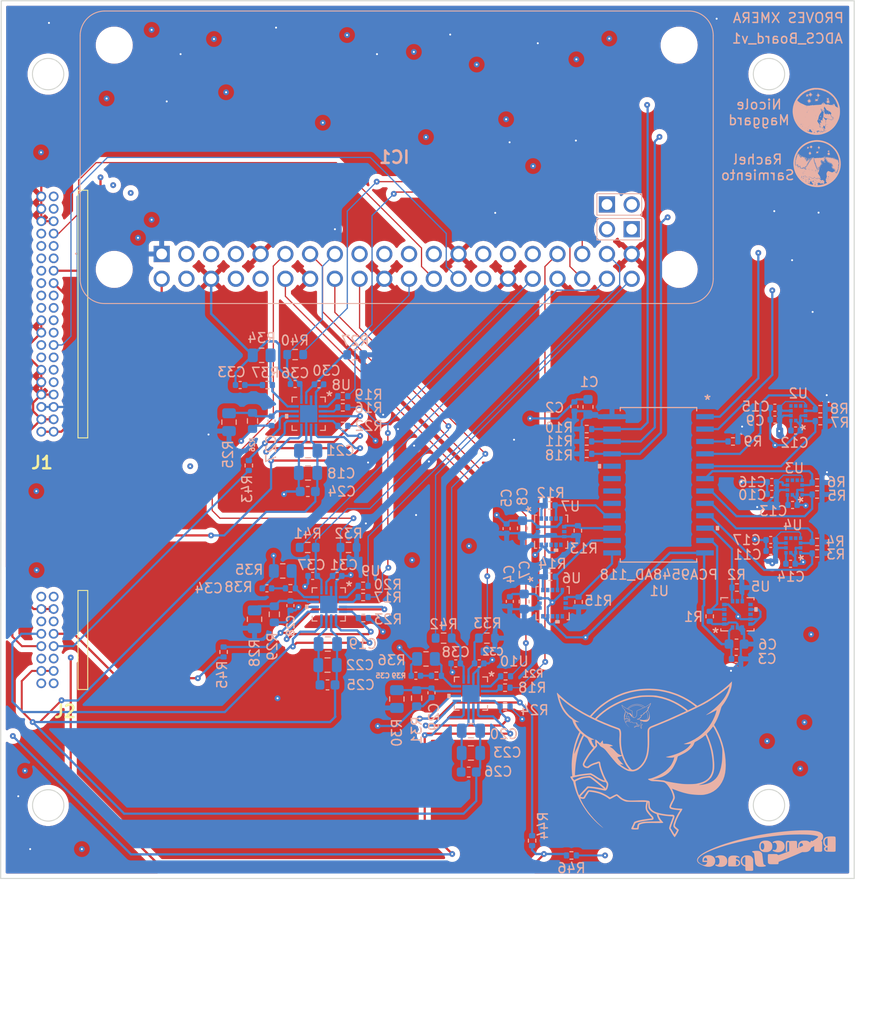
<source format=kicad_pcb>
(kicad_pcb (version 20211014) (generator pcbnew)
  (layers (0 "F.Cu" signal) (1 "In1.Cu" power) (2 "In2.Cu" power) (31 "B.Cu" signal) (34 "B.Paste" user) (35 "F.Paste" user) (36 "B.SilkS" user "B.Silkscreen") (37 "F.SilkS" user "F.Silkscreen") (38 "B.Mask" user) (39 "F.Mask" user) (44 "Edge.Cuts" user))
  (net 0 "")
  (net 1 "3.3V")
  (net 2 "VBAT")
  (net 3 "/MD_FAULT_X")
  (net 4 "UART1_TX")
  (net 5 "/MD_STBY_X")
  (net 6 "UART1_RX")
  (net 7 "Net-(C28-Pad1)")
  (net 8 "/MD_STBY_Y")
  (net 9 "/MD_STBY_Z")
  (net 10 "SPIO_MOSI")
  (net 11 "Net-(C35-Pad1)")
  (net 12 "GPIO4")
  (net 13 "SPIO_MISO")
  (net 14 "SPIO_SCK")
  (net 15 "/MD_FAULT_Y")
  (net 18 "/MD_FAULT_Z")
  (net 19 "/PH_Z")
  (net 20 "/PH_X")
  (net 21 "/PWM1")
  (net 22 "/MD_EN_X")
  (net 23 "/PH_Y")
  (net 24 "/MD_EN_Y")
  (net 25 "/MD_EN_Z")
  (net 30 "SPIO_CS")
  (net 33 "Net-(R9-Pad1)")
  (net 34 "/MAG_X+")
  (net 35 "/MAG_Y+")
  (net 36 "/MAG_Z+")
  (net 37 "/MAG_X-")
  (net 38 "/MAG_Y-")
  (net 39 "Net-(C12-Pad2)")
  (net 40 "Net-(C13-Pad2)")
  (net 41 "Net-(C14-Pad2)")
  (net 43 "Net-(R16-Pad2)")
  (net 46 "Net-(R17-Pad2)")
  (net 49 "Net-(C27-Pad1)")
  (net 51 "/I2C_A0")
  (net 52 "/I2C_A1")
  (net 53 "/I2C_A2")
  (net 54 "/I2C_SDA")
  (net 55 "/I2C_SCL")
  (net 56 "/PWM0")
  (net 57 "/OUT1_X")
  (net 58 "/SENSE_X")
  (net 59 "Net-(C29-Pad1)")
  (net 60 "Net-(C33-Pad1)")
  (net 61 "GND")
  (net 62 "/SENSE_Y")
  (net 63 "/SENSE_Z")
  (net 64 "5V")
  (net 65 "/I2C_SD0")
  (net 66 "/I2C_SC0")
  (net 67 "/I2C_SD1")
  (net 68 "/I2C_SC1")
  (net 69 "/I2C_SD2")
  (net 70 "/I2C_SC2")
  (net 71 "/I2C_SD3")
  (net 72 "/I2C_SC3")
  (net 73 "/I2C_SD4")
  (net 74 "/I2C_SC4")
  (net 75 "/I2C_SD5")
  (net 76 "/I2C_SC5")
  (net 77 "Net-(R36-Pad2)")
  (net 78 "Net-(C34-Pad1)")
  (net 79 "/OUT1_Y")
  (net 106 "/MAG_Z-")
  (net 121 "Net-(R18-Pad2)")
  (net 122 "Net-(R19-Pad2)")
  (net 123 "Net-(R20-Pad2)")
  (net 124 "Net-(R21-Pad2)")
  (net 125 "Net-(R34-Pad2)")
  (net 126 "Net-(R35-Pad2)")
  (net 127 "/OUT1_Z")
  (footprint "SamacSys_Parts:M50-3902042" (layer "F.Cu") (at 121.0818 59.6646 90)
    (fp_text reference "J1")
    (fp_text value "M50-3902042" hide)
  )
  (footprint "SamacSys_Parts:M50-3900842" (layer "F.Cu") (at 121.0818 85.471 90)
    (fp_text reference "J2")
    (fp_text value "M50-3900842" hide)
  )
  (footprint "SamacSys_Parts:RASPBERRYPIZEROWV13" (layer "B.Cu") (at 157.329 31.517)
    (fp_text reference "IC1")
    (fp_text value "Raspberry_Pi_Zero_W__v1.3_" hide)
  )
  (footprint "Resistor_SMD:R_0402_1005Metric" (layer "B.Cu") (at 168.704263 87.846737)
    (fp_text reference "R24")
    (fp_text value ".33")
  )
  (footprint "Resistor_SMD:R_0402_1005Metric" (layer "B.Cu") (at 171.4768 101.6096 90)
    (fp_text reference "R44")
    (fp_text value "0")
  )
  (footprint "Resistor_SMD:R_0402_1005Metric" (layer "B.Cu") (at 192.506 75.6508)
    (fp_text reference "R2")
    (fp_text value "4k7")
  )
  (footprint "Resistor_SMD:R_0603_1608Metric" (layer "B.Cu") (at 162.392863 80.836337 180)
    (fp_text reference "R42")
    (fp_text value "18k")
  )
  (footprint "Capacitor_SMD:C_0603_1608Metric" (layer "B.Cu") (at 164.970763 94.5738 180)
    (fp_text reference "C26")
    (fp_text value "2.2u")
  )
  (footprint "Capacitor_SMD:C_0603_1608Metric" (layer "B.Cu") (at 148.448063 65.799537 180)
    (fp_text reference "C24")
    (fp_text value "2.2u")
  )
  (footprint "Capacitor_SMD:C_0402_1005Metric" (layer "B.Cu") (at 196.402799 57.2064)
    (fp_text reference "C15")
    (fp_text value "100n")
  )
  (footprint "Resistor_SMD:R_0402_1005Metric" (layer "B.Cu") (at 176.25 77.126 90)
    (fp_text reference "R15")
    (fp_text value "4k7")
  )
  (footprint "Resistor_SMD:R_0402_1005Metric" (layer "B.Cu") (at 177.0882 59.3948)
    (fp_text reference "R10")
    (fp_text value "4k7")
  )
  (footprint "Resistor_SMD:R_0402_1005Metric" (layer "B.Cu") (at 154.126 76.616 180)
    (fp_text reference "R17")
    (fp_text value "330")
  )
  (footprint "Resistor_SMD:R_0805_2012Metric" (layer "B.Cu") (at 143.708763 51.829537)
    (fp_text reference "R34")
    (fp_text value "47k")
  )
  (footprint "Resistor_SMD:R_0603_1608Metric" (layer "B.Cu") (at 142.770863 58.560537 -90)
    (fp_text reference "R26")
    (fp_text value "18k")
  )
  (footprint "Resistor_SMD:R_0603_1608Metric" (layer "B.Cu") (at 145.01 78.394 -90)
    (fp_text reference "R29")
    (fp_text value "18k")
  )
  (footprint "Capacitor_SMD:C_0603_1608Metric" (layer "B.Cu") (at 192.4702 81.4472 180)
    (fp_text reference "C6")
    (fp_text value "10u")
  )
  (footprint "Resistor_SMD:R_0402_1005Metric" (layer "B.Cu") (at 139.803 82.2548 90)
    (fp_text reference "R45")
    (fp_text value "0")
  )
  (footprint "Resistor_SMD:R_0402_1005Metric" (layer "B.Cu") (at 175.516 103.124)
    (fp_text reference "R46")
    (fp_text value "0")
  )
  (footprint "Capacitor_SMD:C_0805_2012Metric" (layer "B.Cu") (at 165.196563 90.332 180)
    (fp_text reference "C20")
    (fp_text value "22u")
  )
  (footprint "LIS3MDLTR:LGA-12_2X2X1_STM" (layer "B.Cu") (at 198.2932 71.3328 90)
    (fp_text reference "U4")
    (fp_text value "LIS3MDLTR" hide)
  )
  (footprint "Resistor_SMD:R_0805_2012Metric" (layer "B.Cu") (at 140.357863 58.687537 90)
    (fp_text reference "R25")
    (fp_text value "100k")
  )
  (footprint "Resistor_SMD:R_0603_1608Metric" (layer "B.Cu") (at 159.621163 86.995337 -90)
    (fp_text reference "R31")
    (fp_text value "18k")
  )
  (footprint "Capacitor_SMD:C_0402_1005Metric" (layer "B.Cu") (at 161.145163 86.447137 -90)
    (fp_text reference "C29")
    (fp_text value "2.2n")
  )
  (footprint "Resistor_SMD:R_0402_1005Metric" (layer "B.Cu") (at 201.069199 57.3588)
    (fp_text reference "R8")
    (fp_text value "4k7")
  )
  (footprint "Capacitor_SMD:C_0402_1005Metric" (layer "B.Cu") (at 192.4292 82.966 180)
    (fp_text reference "C3")
    (fp_text value "100n")
  )
  (footprint "Capacitor_SMD:C_0805_2012Metric" (layer "B.Cu") (at 165.196563 92.618 180)
    (fp_text reference "C23")
    (fp_text value "22u")
  )
  (footprint "STSPIN250:VFQFPN16_STSPIN_STM" (layer "B.Cu") (at 165.199063 86.525937 180)
    (fp_text reference "U10")
    (fp_text value "STSPIN250" hide)
  )
  (footprint "Capacitor_SMD:C_0402_1005Metric" (layer "B.Cu") (at 141.500863 54.877537 180)
    (fp_text reference "C33")
    (fp_text value "22n")
  )
  (footprint "Capacitor_SMD:C_0402_1005Metric" (layer "B.Cu") (at 151.459 74.457)
    (fp_text reference "C31")
    (fp_text value "1n")
  )
  (footprint "Capacitor_SMD:C_0402_1005Metric" (layer "B.Cu") (at 163.634363 83.427137 180)
    (fp_text reference "C38")
    (fp_text value "10n")
  )
  (footprint "Resistor_SMD:R_0402_1005Metric" (layer "B.Cu") (at 152.041863 56.020537 180)
    (fp_text reference "R19")
    (fp_text value "330")
  )
  (footprint "Capacitor_SMD:C_0402_1005Metric" (layer "B.Cu") (at 168.8606 69.603 90)
    (fp_text reference "C5")
    (fp_text value "100n")
  )
  (footprint "LIS3MDLTR:LGA-12_2X2X1_STM" (layer "B.Cu") (at 198.8012 57.7692 90)
    (fp_text reference "U2")
    (fp_text value "LIS3MDLTR" hide)
  )
  (footprint "Capacitor_SMD:C_0402_1005Metric" (layer "B.Cu") (at 198.2216 67.179199 180)
    (fp_text reference "C13")
    (fp_text value "100n")
  )
  (footprint "Resistor_SMD:R_0402_1005Metric" (layer "B.Cu") (at 161.655163 84.697137)
    (fp_text reference "R39")
    (fp_text value "1k")
  )
  (footprint "PCA9548AD-118:SO24_SOT137-1_NXP" (layer "B.Cu") (at 184.4562 65.1098 180)
    (fp_text reference "U1")
    (fp_text value "PCA9548AD_118")
  )
  (footprint "Resistor_SMD:R_0402_1005Metric" (layer "B.Cu") (at 152.041863 59.068537)
    (fp_text reference "R22")
    (fp_text value ".33")
  )
  (footprint "LIS331DLHTR:LGA-16_3x3x1mm_STM" (layer "B.Cu") (at 173.583 77.251 -90)
    (fp_text reference "U6")
    (fp_text value "LIS331DLHTR" hide)
  )
  (footprint "Resistor_SMD:R_0402_1005Metric" (layer "B.Cu") (at 200.7396 66.1004)
    (fp_text reference "R5")
    (fp_text value "4k7")
  )
  (footprint "Capacitor_SMD:C_0402_1005Metric" (layer "B.Cu") (at 198.0112 73.2124 180)
    (fp_text reference "C14")
    (fp_text value "100n")
  )
  (footprint "Capacitor_SMD:C_0402_1005Metric" (layer "B.Cu") (at 195.9792 70.774)
    (fp_text reference "C17")
    (fp_text value "100n")
  )
  (footprint "Resistor_SMD:R_0402_1005Metric" (layer "B.Cu") (at 201.069199 58.578)
    (fp_text reference "R7")
    (fp_text value "4k7")
  )
  (footprint "Resistor_SMD:R_0805_2012Metric" (layer "B.Cu") (at 157.589163 87.082837 90)
    (fp_text reference "R30")
    (fp_text value "100k")
  )
  (footprint "Capacitor_SMD:C_0402_1005Metric" (layer "B.Cu") (at 195.9792 71.8916)
    (fp_text reference "C11")
    (fp_text value "1u")
  )
  (footprint "Capacitor_SMD:C_0603_1608Metric" (layer "B.Cu") (at 170.4862 69.5678 90)
    (fp_text reference "C8")
    (fp_text value "10u")
  )
  (footprint "Capacitor_SMD:C_0402_1005Metric" (layer "B.Cu") (at 149.598463 54.801337)
    (fp_text reference "C30")
    (fp_text value "1n")
  )
  (footprint "LOGO" (layer "B.Cu") (at 200.7376 32.166 180)
    (fp_text reference "G***" hide)
    (fp_text value "LOGO" hide)
  )
  (footprint "Capacitor_SMD:C_0805_2012Metric" (layer "B.Cu") (at 148.470663 63.894537 180)
    (fp_text reference "C18")
    (fp_text value "22u")
  )
  (footprint "Resistor_SMD:R_0402_1005Metric" (layer "B.Cu") (at 200.7396 64.8812)
    (fp_text reference "R6")
    (fp_text value "4k7")
  )
  (footprint "Resistor_SMD:R_0402_1005Metric" (layer "B.Cu") (at 177.0882 60.6648)
    (fp_text reference "R11")
    (fp_text value "4k7")
  )
  (footprint "Resistor_SMD:R_0603_1608Metric" (layer "B.Cu") (at 147.149463 51.753337)
    (fp_text reference "R40")
    (fp_text value "18k")
  )
  (footprint "Resistor_SMD:R_0402_1005Metric" (layer "B.Cu") (at 168.702263 85.916337 180)
    (fp_text reference "R18")
    (fp_text value "330")
  )
  (footprint "Capacitor_SMD:C_0402_1005Metric" (layer "B.Cu") (at 148.947 74.457 180)
    (fp_text reference "C37")
    (fp_text value "10n")
  )
  (footprint "Resistor_SMD:R_0402_1005Metric" (layer "B.Cu") (at 173.333 67.218)
    (fp_text reference "R12")
    (fp_text value "4k7")
  )
  (footprint "Resistor_SMD:R_0402_1005Metric" (layer "B.Cu") (at 152.041863 57.163537 180)
    (fp_text reference "R16")
    (fp_text value "330")
  )
  (footprint "Resistor_SMD:R_0402_1005Metric" (layer "B.Cu") (at 177.0922 61.9348)
    (fp_text reference "R18")
    (fp_text value "4k7")
  )
  (footprint "Capacitor_SMD:C_0402_1005Metric" (layer "B.Cu") (at 169.1888 77.0732 90)
    (fp_text reference "C4")
    (fp_text value "100n")
  )
  (footprint "Resistor_SMD:R_0603_1608Metric" (layer "B.Cu") (at 166.837863 80.836337 180)
    (fp_text reference "R33")
    (fp_text value "18k")
  )
  (footprint "Resistor_SMD:R_0402_1005Metric" (layer "B.Cu") (at 173.3564 74.5332)
    (fp_text reference "R14")
    (fp_text value "4k7")
  )
  (footprint "Capacitor_SMD:C_0402_1005Metric" (layer "B.Cu") (at 198.531199 59.5432 180)
    (fp_text reference "C12")
    (fp_text value "100n")
  )
  (footprint "Capacitor_SMD:C_0805_2012Metric" (layer "B.Cu") (at 150.471 83.601 180)
    (fp_text reference "C22")
    (fp_text value "22u")
  )
  (footprint "Resistor_SMD:R_0402_1005Metric" (layer "B.Cu") (at 154.154 78.775)
    (fp_text reference "R23")
    (fp_text value ".33")
  )
  (footprint "Capacitor_SMD:C_0402_1005Metric" (layer "B.Cu") (at 196.0868 66.0496)
    (fp_text reference "C10")
    (fp_text value "1u")
  )
  (footprint "Resistor_SMD:R_0805_2012Metric" (layer "B.Cu") (at 142.978 78.902 90)
    (fp_text reference "R28")
    (fp_text value "100k")
  )
  (footprint "Resistor_SMD:R_0402_1005Metric" (layer "B.Cu") (at 168.757063 84.747937 180)
    (fp_text reference "R21")
    (fp_text value "330")
  )
  (footprint "Capacitor_SMD:C_0603_1608Metric" (layer "B.Cu") (at 150.471 85.633 180)
    (fp_text reference "C25")
    (fp_text value "2.2u")
  )
  (footprint "LOGO" (layer "B.Cu") (at 195.698985 102.733879 180)
    (fp_text reference "G***" hide)
    (fp_text value "LOGO" hide)
  )
  (footprint "Resistor_SMD:R_0805_2012Metric" (layer "B.Cu") (at 145.8755 73.949)
    (fp_text reference "R35")
    (fp_text value "47k")
  )
  (footprint "LOGO" (layer "B.Cu") (at 183.0084 93.253 180)
    (fp_text reference "G***" hide)
    (fp_text value "LOGO" hide)
  )
  (footprint "Capacitor_SMD:C_0402_1005Metric" (layer "B.Cu") (at 175.8202 57.0808 90)
    (fp_text reference "C2")
    (fp_text value "100n")
  )
  (footprint "Capacitor_SMD:C_0603_1608Metric" (layer "B.Cu") (at 177.2172 57.1218 90)
    (fp_text reference "C1")
    (fp_text value "10u")
  )
  (footprint "LIS331DLHTR:LGA-16_3x3x1mm_STM" (layer "B.Cu") (at 173.4326 69.918401 -90)
    (fp_text reference "U7")
    (fp_text value "LIS331DLHTR" hide)
  )
  (footprint "Capacitor_SMD:C_0603_1608Metric" (layer "B.Cu") (at 170.662 77.0862 90)
    (fp_text reference "C7")
    (fp_text value "10u")
  )
  (footprint "Capacitor_SMD:C_0402_1005Metric" (layer "B.Cu") (at 196.0868 64.8304)
    (fp_text reference "C16")
    (fp_text value "100n")
  )
  (footprint "Capacitor_SMD:C_0402_1005Metric" (layer "B.Cu") (at 144.248 75.727 180)
    (fp_text reference "C34")
    (fp_text value "22n")
  )
  (footprint "LOGO" (layer "B.Cu") (at 182.1702 88.808 180)
    (fp_text reference "G***" hide)
    (fp_text value "LOGO" hide)
  )
  (footprint "Resistor_SMD:R_0402_1005Metric" (layer "B.Cu") (at 146.661 75.727)
    (fp_text reference "R38")
    (fp_text value "1k")
  )
  (footprint "Capacitor_SMD:C_0402_1005Metric" (layer "B.Cu") (at 159.542363 84.697137 180)
    (fp_text reference "C35")
    (fp_text value "22n")
  )
  (footprint "Resistor_SMD:R_0603_1608Metric" (layer "B.Cu") (at 152.63 71.536 180)
    (fp_text reference "R32")
    (fp_text value "18k")
  )
  (footprint "Resistor_SMD:R_0402_1005Metric" (layer "B.Cu") (at 200.7396 72.1456)
    (fp_text reference "R3")
    (fp_text value "4k7")
  )
  (footprint "LIS3MDLTR:LGA-12_2X2X1_STM" (layer "B.Cu") (at 198.4516 65.3892 90)
    (fp_text reference "U3")
    (fp_text value "LIS3MDLTR" hide)
  )
  (footprint "Capacitor_SMD:C_0402_1005Metric" (layer "B.Cu") (at 146.661 77.505 -90)
    (fp_text reference "C28")
    (fp_text value "2.2n")
  )
  (footprint "Capacitor_SMD:C_0402_1005Metric" (layer "B.Cu") (at 196.402799 58.4256)
    (fp_text reference "C9")
    (fp_text value "1u")
  )
  (footprint "Capacitor_SMD:C_0402_1005Metric" (layer "B.Cu") (at 144.726663 58.560537 -90)
    (fp_text reference "C27")
    (fp_text value "2.2n")
  )
  (footprint "LOGO" (layer "B.Cu") (at 200.6614 26.8066 180)
    (fp_text reference "G***" hide)
    (fp_text value "LOGO" hide)
  )
  (footprint "Resistor_SMD:R_0402_1005Metric" (layer "B.Cu") (at 189.714 78.5992 -90)
    (fp_text reference "R1")
    (fp_text value "4k7")
  )
  (footprint "Resistor_SMD:R_0603_1608Metric" (layer "B.Cu") (at 153.3158 51.7748 180)
    (fp_text reference "R27")
    (fp_text value "18k")
  )
  (footprint "Capacitor_SMD:C_0402_1005Metric" (layer "B.Cu") (at 166.047363 83.427137)
    (fp_text reference "C32")
    (fp_text value "1n")
  )
  (footprint "Capacitor_SMD:C_0402_1005Metric" (layer "B.Cu") (at 147.1436 54.772 180)
    (fp_text reference "C36")
    (fp_text value "10n")
  )
  (footprint "Resistor_SMD:R_0402_1005Metric" (layer "B.Cu") (at 142.389863 63.132537 90)
    (fp_text reference "R43")
    (fp_text value "0")
  )
  (footprint "STSPIN250:VFQFPN16_STSPIN_STM" (layer "B.Cu") (at 150.598 77.378 180)
    (fp_text reference "U9")
    (fp_text value "STSPIN250" hide)
  )
  (footprint "STSPIN250:VFQFPN16_STSPIN_STM" (layer "B.Cu") (at 148.536663 57.823937 180)
    (fp_text reference "U8")
    (fp_text value "STSPIN250" hide)
  )
  (footprint "Resistor_SMD:R_0402_1005Metric" (layer "B.Cu") (at 200.7396 70.9772)
    (fp_text reference "R4")
    (fp_text value "4k7")
  )
  (footprint "LIS331DLHTR:LGA-16_3x3x1mm_STM" (layer "B.Cu") (at 192.5588 78.394)
    (fp_text reference "U5")
    (fp_text value "LIS331DLHTR" hide)
  )
  (footprint "Resistor_SMD:R_0603_1608Metric" (layer "B.Cu") (at 148.439 71.536 180)
    (fp_text reference "R41")
    (fp_text value "18k")
  )
  (footprint "Capacitor_SMD:C_0805_2012Metric" (layer "B.Cu") (at 148.485863 61.608537 180)
    (fp_text reference "C21")
    (fp_text value "22u")
  )
  (footprint "Resistor_SMD:R_0402_1005Metric" (layer "B.Cu") (at 144.296863 54.877537)
    (fp_text reference "R37")
    (fp_text value "1k")
  )
  (footprint "Resistor_SMD:R_0402_1005Metric" (layer "B.Cu") (at 154.128 75.473 180)
    (fp_text reference "R20")
    (fp_text value "330")
  )
  (footprint "Resistor_SMD:R_0805_2012Metric" (layer "B.Cu") (at 160.584463 82.969937)
    (fp_text reference "R36")
    (fp_text value "47k")
  )
  (footprint "Resistor_SMD:R_0402_1005Metric" (layer "B.Cu") (at 176.1758 69.8108 90)
    (fp_text reference "R13")
    (fp_text value "4k7")
  )
  (footprint "Capacitor_SMD:C_0805_2012Metric" (layer "B.Cu") (at 150.504 81.442 180)
    (fp_text reference "C19")
    (fp_text value "22u")
  )
  (footprint "Resistor_SMD:R_0402_1005Metric" (layer "B.Cu") (at 192.1016 60.6648)
    (fp_text reference "R9")
    (fp_text value "4k7")
  )
  (gr_circle (center 121.783153 22.987) (end 121.605353 21.3868) (layer "Edge.Cuts") (width 0.1) (fill none))
  (gr_line (start 116.967 15.4686) (end 204.5462 15.4686) (layer "Edge.Cuts") (width 0.1))
  (gr_circle (center 121.793 97.9932) (end 121.6152 96.393) (layer "Edge.Cuts") (width 0.1) (fill none))
  (gr_circle (center 195.798753 97.9678) (end 195.620953 96.3676) (layer "Edge.Cuts") (width 0.1) (fill none))
  (gr_circle (center 195.798753 22.987) (end 195.620953 21.3868) (layer "Edge.Cuts") (width 0.1) (fill none))
  (gr_line (start 204.5462 105.4862) (end 116.9162 105.4862) (layer "Edge.Cuts") (width 0.1))
  (gr_line (start 204.5462 15.4686) (end 204.5462 105.4862) (layer "Edge.Cuts") (width 0.1))
  (gr_line (start 116.9162 105.4862) (end 116.967 15.4686) (layer "Edge.Cuts") (width 0.1))
  (gr_text "Nicole\nMaggard" (at 194.7686 26.9082) (layer "B.SilkS") (effects (font (size 1 1)) (justify mirror)))
  (gr_text "PROVES XMERA\n" (at 197.7912 17.2308) (layer "B.SilkS") (effects (font (size 1 1)) (justify mirror)))
  (gr_text "ADCS_Board_v1" (at 197.6896 19.339) (layer "B.SilkS") (effects (font (size 1 1)) (justify mirror)))
  (gr_text "Rachel\nSarmiento" (at 194.6416 32.547) (layer "B.SilkS") (effects (font (size 1 1)) (justify mirror)))
  (via (at 169.6226 60.487) (size 0.6) (drill 0.2) (layers "F.Cu" "B.Cu") (net 1))
  (via (at 157.71 59.3948) (size 0.6) (drill 0.2) (layers "F.Cu" "B.Cu") (net 1))
  (via (at 160.885 62.7222) (size 0.6) (drill 0.2) (layers "F.Cu" "B.Cu") (net 1))
  (via (at 172.061 19.8216) (size 0.6) (drill 0.2) (layers "F.Cu" "B.Cu") (net 1))
  (via (at 155.551 20.9392) (size 0.6) (drill 0.2) (layers "F.Cu" "B.Cu") (net 1))
  (via (at 118.7196 97.0534) (size 0.6) (drill 0.2) (layers "F.Cu" "B.Cu") (net 1))
  (via (at 200.2804 47.3806) (size 0.6) (drill 0.2) (layers "F.Cu" "B.Cu") (net 1))
  (via (at 190.4252 17.307) (size 0.6) (drill 0.2) (layers "F.Cu" "B.Cu") (net 1))
  (via (at 121.8706 17.7388) (size 0.6) (drill 0.2) (layers "F.Cu" "B.Cu") (net 1))
  (via (at 196.8514 59.598) (size 0.6) (drill 0.2) (layers "F.Cu" "B.Cu") (net 1))
  (via (at 201.7282 55.915) (size 0.6) (drill 0.2) (layers "F.Cu" "B.Cu") (net 1))
  (via (at 194.5908 67.3958) (size 0.6) (drill 0.2) (layers "F.Cu" "B.Cu") (net 1))
  (via (at 196.1402 73.1616) (size 0.6) (drill 0.2) (layers "F.Cu" "B.Cu") (net 1))
  (via (at 156.186 57.9216) (size 0.6) (drill 0.2) (layers "F.Cu" "B.Cu") (net 1))
  (via (at 175.9726 29.8038) (size 0.6) (drill 0.2) (layers "F.Cu" "B.Cu") (net 1))
  (via (at 154.408 69.0722) (size 0.6) (drill 0.2) (layers "F.Cu" "B.Cu") (net 1))
  (via (at 198.1722 42.072) (size 0.6) (drill 0.2) (layers "F.Cu" "B.Cu") (net 1))
  (via (at 191.8984 84.1852) (size 0.6) (drill 0.2) (layers "F.Cu" "B.Cu") (net 1))
  (via (at 145.1878 18.2214) (size 0.6) (drill 0.2) (layers "F.Cu" "B.Cu") (net 1))
  (via (at 151.233 38.897) (size 0.6) (drill 0.2) (layers "F.Cu" "B.Cu") (net 1))
  (via (at 159.361 61.0966) (size 0.6) (drill 0.2) (layers "F.Cu" "B.Cu") (net 1))
  (via (at 196.3434 37.0428) (size 0.6) (drill 0.2) (layers "F.Cu" "B.Cu") (net 1))
  (via (at 154.6366 62.8238) (size 0.6) (drill 0.2) (layers "F.Cu" "B.Cu") (net 1))
  (via (at 133.961 25.7906) (size 0.6) (drill 0.2) (layers "F.Cu" "B.Cu") (net 1))
  (via (at 119.9402 102.4732) (size 0.6) (drill 0.2) (layers "F.Cu" "B.Cu") (net 1))
  (via (at 135.3834 20.9392) (size 0.6) (drill 0.2) (layers "F.Cu" "B.Cu") (net 1))
  (via (at 169.1654 29.9816) (size 0.6) (drill 0.2) (layers "F.Cu" "B.Cu") (net 1))
  (via (at 138.2536 59.9536) (size 0.6) (drill 0.2) (layers "F.Cu" "B.Cu") (net 1))
  (via (at 167.6922 37.2206) (size 0.6) (drill 0.2) (layers "F.Cu" "B.Cu") (net 1))
  (via (at 200.89 37.1952) (size 0.6) (drill 0.2) (layers "F.Cu" "B.Cu") (net 1))
  (via (at 163.0694 18.9326) (size 0.6) (drill 0.2) (layers "F.Cu" "B.Cu") (net 1))
  (via (at 159.5642 68.2086) (size 0.6) (drill 0.2) (layers "F.Cu" "B.Cu") (net 1))
  (via (at 193.0414 59.1408) (size 0.6) (drill 0.2) (layers "F.Cu" "B.Cu") (net 1))
  (via (at 201.7536 63.8144) (size 0.6) (drill 0.2) (layers "F.Cu" "B.Cu") (net 1))
  (segment (start 179.681 58.1248) (end 177.4452 58.1248) (width 0.2286) (layer "B.Cu") (net 1))
  (segment (start 177.4452 58.1248) (end 177.2172 57.8968) (width 0.2286) (layer "B.Cu") (net 1))
  (segment (start 121.0818 57.1246) (end 122.3518 57.1246) (width 0.2286) (layer "B.Cu") (net 1))
  (segment (start 170.662 77.8612) (end 172.126599 77.8612) (width 0.2286) (layer "B.Cu") (net 1))
  (segment (start 201.2496 64.3184) (end 201.7536 63.8144) (width 0.2286) (layer "B.Cu") (net 1))
  (segment (start 191.516 79.394001) (end 191.677801 79.2322) (width 0.2286) (layer "B.Cu") (net 1))
  (segment (start 196.4592 70.5058) (end 196.4592 70.774) (width 0.127) (layer "B.Cu") (net 1))
  (segment (start 196.5668 66.0496) (end 195.2206 67.3958) (width 0.2286) (layer "B.Cu") (net 1))
  (segment (start 192.5588 79.3846) (end 192.5588 79.7402) (width 0.2286) (layer "B.Cu") (net 1))
  (segment (start 199.35251 56.5754) (end 197.4864 56.5754) (width 0.127) (layer "B.Cu") (net 1))
  (segment (start 170.662 77.8612) (end 171.6266 77.8612) (width 0.2286) (layer "B.Cu") (net 1))
  (segment (start 196.77064 71.58016) (end 197.543199 71.58016) (width 0.2286) (layer "B.Cu") (net 1))
  (segment (start 195.2206 67.3958) (end 194.5908 67.3958) (width 0.2286) (layer "B.Cu") (net 1))
  (segment (start 193.058799 75.693599) (end 193.016 75.6508) (width 0.2286) (layer "B.Cu") (net 1))
  (segment (start 193.058799 77.0478) (end 193.058799 75.693599) (width 0.2286) (layer "B.Cu") (net 1))
  (segment (start 172.8464 74.5332) (end 172.582999 74.796601) (width 0.2286) (layer "B.Cu") (net 1))
  (segment (start 171.662001 70.3428) (end 172.0864 69.918401) (width 0.2286) (layer "B.Cu") (net 1))
  (segment (start 176.135001 77.750999) (end 174.9292 77.750999) (width 0.2286) (layer "B.Cu") (net 1))
  (segment (start 138.2536 59.9536) (end 135.4246 57.1246) (width 0.2286) (layer "B.Cu") (net 1))
  (segment (start 169.4968 77.8612) (end 169.1888 77.5532) (width 0.2286) (layer "B.Cu") (net 1))
  (segment (start 196.5668 64.8304) (end 197.1308 64.8304) (width 0.2286) (layer "B.Cu") (net 1))
  (segment (start 201.2496 70.9772) (end 201.2496 72.1456) (width 0.2286) (layer "B.Cu") (net 1))
  (segment (start 197.211531 65.14184) (end 197.701599 65.14184) (width 0.2286) (layer "B.Cu") (net 1))
  (segment (start 172.582999 74.796601) (end 172.582999 75.9048) (width 0.2286) (layer "B.Cu") (net 1))
  (segment (start 193.2452 81.4472) (end 193.2452 80.4266) (width 0.2286) (layer "B.Cu") (net 1))
  (segment (start 199.201601 64.208801) (end 199.112 64.1192) (width 0.127) (layer "B.Cu") (net 1))
  (segment (start 176.5782 60.6648) (end 176.5782 61.9308) (width 0.2286) (layer "B.Cu") (net 1))
  (segment (start 172.432599 67.608401) (end 172.432599 68.572201) (width 0.2286) (layer "B.Cu") (net 1))
  (segment (start 199.043201 70.582799) (end 199.043201 70.095601) (width 0.127) (layer "B.Cu") (net 1))
  (segment (start 197.4864 56.5754) (end 196.882799 57.179001) (width 0.127) (layer "B.Cu") (net 1))
  (segment (start 199.551201 57.019199) (end 199.551201 56.774091) (width 0.127) (layer "B.Cu") (net 1))
  (segment (start 196.5668 64.8304) (end 196.5668 66.0496) (width 0.2286) (layer "B.Cu") (net 1))
  (segment (start 197.0292 69.9358) (end 196.4592 70.5058) (width 0.127) (layer "B.Cu") (net 1))
  (segment (start 172.126599 77.8612) (end 172.2368 77.750999) (width 0.2286) (layer "B.Cu") (net 1))
  (segment (start 191.2126 79.394001) (end 191.516 79.394001) (width 0.2286) (layer "B.Cu") (net 1))
  (segment (start 201.2496 64.8812) (end 201.2496 64.3184) (width 0.2286) (layer "B.Cu") (net 1))
  (segment (start 193.2452 81.4472) (end 193.2452 79.926601) (width 0.2286) (layer "B.Cu") (net 1))
  (segment (start 196.4592 70.774) (end 196.4592 71.8916) (width 0.2286) (layer "B.Cu") (net 1))
  (segment (start 201.579199 56.064001) (end 201.7282 55.915) (width 0.2286) (layer "B.Cu") (net 1))
  (segment (start 153.455 70.0252) (end 154.408 69.0722) (width 0.25) (layer "B.Cu") (net 1))
  (segment (start 176.25 77.636) (end 176.135001 77.750999) (width 0.2286) (layer "B.Cu") (net 1))
  (segment (start 176.5782 59.3948) (end 176.5782 58.5358) (width 0.2286) (layer "B.Cu") (net 1))
  (segment (start 176.8812 57.5608) (end 177.2172 57.8968) (width 0.2286) (layer "B.Cu") (net 1))
  (segment (start 192.9092 82.966) (end 192.9092 83.1744) (width 0.2286) (layer "B.Cu") (net 1))
  (segment (start 196.4592 72.8426) (end 196.1402 73.1616) (width 0.2286) (layer "B.Cu") (net 1))
  (segment (start 196.97984 65.63656) (end 197.701599 65.63656) (width 0.2286) (layer "B.Cu") (net 1))
  (segment (start 135.4246 57.1246) (end 122.3518 57.1246) (width 0.2286) (layer "B.Cu") (net 1))
  (segment (start 199.551201 56.774091) (end 199.35251 56.5754) (width 0.127) (layer "B.Cu") (net 1))
  (segment (start 170.4862 70.3428) (end 171.662001 70.3428) (width 0.2286) (layer "B.Cu") (net 1))
  (segment (start 171.6266 77.8612) (end 172.2368 77.251) (width 0.2286) (layer "B.Cu") (net 1))
  (segment (start 168.8606 70.083) (end 170.2264 70.083) (width 0.2286) (layer "B.Cu") (net 1))
  (segment (start 174.7788 70.4184) (end 176.0782 70.4184) (width 0.2286) (layer "B.Cu") (net 1))
  (segment (start 193.2452 79.926601) (end 193.058799 79.7402) (width 0.2286) (layer "B.Cu") (net 1))
  (segment (start 197.211531 64.911131) (end 197.211531 65.14184) (width 0.2286) (layer "B.Cu") (net 1))
  (segment (start 189.998801 79.394001) (end 191.2126 79.394001) (width 0.2286) (layer "B.Cu") (net 1))
  (segment (start 176.0782 70.4184) (end 176.1758 70.3208) (width 0.2286) (layer "B.Cu") (net 1))
  (segment (start 192.9092 83.1744) (end 191.8984 84.1852) (width 0.2286) (layer "B.Cu") (net 1))
  (segment (start 199.201601 64.639199) (end 199.201601 64.208801) (width 0.127) (layer "B.Cu") (net 1))
  (segment (start 170.4862 70.3428) (end 172.0108 70.3428) (width 0.2286) (layer "B.Cu") (net 1))
  (segment (start 201.2496 64.8812) (end 201.2496 66.1004) (width 0.2286) (layer "B.Cu") (net 1))
  (segment (start 196.882799 57.2064) (end 196.882799 58.4256) (width 0.2286) (layer "B.Cu") (net 1))
  (segment (start 172.0108 70.3428) (end 172.0864 70.4184) (width 0.2286) (layer "B.Cu") (net 1))
  (segment (start 196.77064 71.08544) (end 197.543199 71.08544) (width 0.2286) (layer "B.Cu") (net 1))
  (segment (start 198.8834 69.9358) (end 197.0292 69.9358) (width 0.127) (layer "B.Cu") (net 1))
  (segment (start 138.607163 59.600037) (end 138.2536 59.9536) (width 0.2286) (layer "B.Cu") (net 1))
  (segment (start 196.882799 59.566601) (end 196.8514 59.598) (width 0.2286) (layer "B.Cu") (net 1))
  (segment (start 196.882799 57.179001) (end 196.882799 57.2064) (width 0.127) (layer "B.Cu") (net 1))
  (segment (start 197.1308 64.8304) (end 197.211531 64.911131) (width 0.2286) (layer "B.Cu") (net 1))
  (segment (start 170.662 77.8612) (end 169.4968 77.8612) (width 0.2286) (layer "B.Cu") (net 1))
  (segment (start 196.4592 71.8916) (end 196.77064 71.58016) (width 0.2286) (layer "B.Cu") (net 1))
  (segment (start 192.4064 79.2322) (end 192.5588 79.3846) (width 0.2286) (layer "B.Cu") (net 1))
  (segment (start 192.9092 81.7832) (end 193.2452 81.4472) (width 0.2286) (layer "B.Cu") (net 1))
  (segment (start 201.579199 57.3588) (end 201.579199 58.578) (width 0.2286) (layer "B.Cu") (net 1))
  (segment (start 172.823 67.218) (end 172.432599 67.608401) (width 0.2286) (layer "B.Cu") (net 1))
  (segment (start 196.4592 71.8916) (end 196.4592 72.8426) (width 0.2286) (layer "B.Cu") (net 1))
  (segment (start 174.7788 70.4184) (end 172.0864 70.4184) (width 0.2286) (layer "B.Cu") (net 1))
  (segment (start 197.278 64.1192) (end 196.5668 64.8304) (width 0.127) (layer "B.Cu") (net 1))
  (segment (start 176.5782 59.3948) (end 176.5782 60.6648) (width 0.2286) (layer "B.Cu") (net 1))
  (segment (start 170.2264 70.083) (end 170.4862 70.3428) (width 0.2286) (layer "B.Cu") (net 1))
  (segment (start 197.198239 57.52184) (end 198.051199 57.52184) (width 0.2286) (layer "B.Cu") (net 1))
  (segment (start 196.882799 57.2064) (end 197.198239 57.52184) (width 0.2286) (layer "B.Cu") (net 1))
  (segment (start 191.677801 79.2322) (end 192.4064 79.2322) (width 0.2286) (layer "B.Cu") (net 1))
  (segment (start 196.882799 58.4256) (end 197.291839 58.01656) (width 0.2286) (layer "B.Cu") (net 1))
  (segment (start 140.357863 59.600037) (end 138.607163 59.600037) (width 0.2286) (layer "B.Cu") (net 1))
  (segment (start 199.043201 70.095601) (end 198.8834 69.9358) (width 0.127) (layer "B.Cu") (net 1))
  (segment (start 175.8202 57.5608) (end 176.8812 57.5608) (width 0.2286) (layer "B.Cu") (net 1))
  (segment (start 192.9092 82.966) (end 192.9092 81.7832) (width 0.2286) (layer "B.Cu") (net 1))
  (segment (start 189.714 79.1092) (end 189.998801 79.394001) (width 0.2286) (layer "B.Cu") (net 1))
  (segment (start 176.5782 61.9308) (end 176.5822 61.9348) (width 0.2286) (layer "B.Cu") (net 1))
  (segment (start 197.291839 58.01656) (end 198.051199 58.01656) (width 0.2286) (layer "B.Cu") (net 1))
  (segment (start 196.882799 58.4256) (end 196.882799 59.566601) (width 0.2286) (layer "B.Cu") (net 1))
  (segment (start 176.5782 58.5358) (end 177.2172 57.8968) (width 0.2286) (layer "B.Cu") (net 1))
  (segment (start 153.455 71.536) (end 153.455 70.0252) (width 0.25) (layer "B.Cu") (net 1))
  (segment (start 196.5668 66.0496) (end 196.97984 65.63656) (width 0.2286) (layer "B.Cu") (net 1))
  (segment (start 201.579199 57.3588) (end 201.579199 56.064001) (width 0.2286) (layer "B.Cu") (net 1))
  (segment (start 193.2452 80.4266) (end 192.5588 79.7402) (width 0.2286) (layer "B.Cu") (net 1))
  (segment (start 199.112 64.1192) (end 197.278 64.1192) (width 0.127) (layer "B.Cu") (net 1))
  (segment (start 196.4592 70.774) (end 196.77064 71.08544) (width 0.2286) (layer "B.Cu") (net 1))
  (segment (start 119.0752 88.324) (end 119.0752 85.2424) (width 0.2032) (layer "F.Cu") (net 2))
  (segment (start 120.1942 89.443) (end 119.0752 88.324) (width 0.2032) (layer "F.Cu") (net 2))
  (segment (start 120.1942 89.443) (end 120.9308 89.443) (width 0.2032) (layer "F.Cu") (net 2))
  (segment (start 120.9308 89.443) (end 123.166 87.2078) (width 0.2032) (layer "F.Cu") (net 2))
  (segment (start 119.0752 85.2424) (end 120.1166 84.201) (width 0.2032) (layer "F.Cu") (net 2))
  (segment (start 120.1166 84.201) (end 121.0818 84.201) (width 0.2032) (layer "F.Cu") (net 2))
  (segment (start 121.0818 84.201) (end 122.3518 84.201) (width 0.2032) (layer "F.Cu") (net 2))
  (via (at 120.1942 89.443) (size 0.6) (drill 0.2) (layers "F.Cu" "B.Cu") (net 2))
  (via (at 123.166 87.2078) (size 0.6) (drill 0.2) (layers "F.Cu" "B.Cu") (net 2))
  (segment (start 123.1914 87.2332) (end 123.166 87.2078) (width 0.2286) (layer "B.Cu") (net 2))
  (segment (start 150.725 89.443) (end 120.1942 89.443) (width 0.2286) (layer "B.Cu") (net 2))
  (segment (start 166.146563 94.173) (end 165.745763 94.5738) (width 0.2286) (layer "B.Cu") (net 2))
  (segment (start 148.786726 60.6336) (end 149.431463 61.278337) (width 0.2286) (layer "B.Cu") (net 2))
  (segment (start 151.2838 88.8842) (end 150.725 89.443) (width 0.2286) (layer "B.Cu") (net 2))
  (segment (start 149.223063 66.814937) (end 148.1596 67.8784) (width 0.2286) (layer "B.Cu") (net 2))
  (segment (start 149.431463 63.553537) (end 149.420663 63.564337) (width 0.2286) (layer "B.Cu") (net 2))
  (segment (start 165.449126 87.973737) (end 165.449126 89.634563) (width 0.2286) (layer "B.Cu") (net 2))
  (segment (start 166.146563 90.332) (end 166.146563 92.618) (width 0.2286) (layer "B.Cu") (net 2))
  (segment (start 151.421 83.601) (end 151.421 85.458) (width 0.2286) (layer "B.Cu") (net 2))
  (segment (start 151.421 85.458) (end 151.246 85.633) (width 0.2286) (layer "B.Cu") (net 2))
  (segment (start 124.817 87.2332) (end 123.1914 87.2332) (width 0.2286) (layer "B.Cu") (net 2))
  (segment (start 151.454 83.568) (end 151.421 83.601) (width 0.2286) (layer "B.Cu") (net 2))
  (segment (start 148.786726 59.271737) (end 148.786726 60.6336) (width 0.2286) (layer "B.Cu") (net 2))
  (segment (start 165.745763 94.5738) (end 165.745763 97.536237) (width 0.2286) (layer "B.Cu") (net 2))
  (segment (start 165.745763 97.536237) (end 164.441 98.841) (width 0.2286) (layer "B.Cu") (net 2))
  (segment (start 151.246 85.633) (end 151.246 88.8464) (width 0.2286) (layer "B.Cu") (net 2))
  (segment (start 151.246 88.8464) (end 151.2838 88.8842) (width 0.2286) (layer "B.Cu") (net 2))
  (segment (start 149.420663 65.347937) (end 149.223063 65.545537) (width 0.2286) (layer "B.Cu") (net 2))
  (segment (start 148.1596 67.8784) (end 144.1718 67.8784) (width 0.2286) (layer "B.Cu") (net 2))
  (segment (start 165.449126 89.634563) (end 166.146563 90.332) (width 0.2286) (layer "B.Cu") (net 2))
  (segment (start 151.454 81.442) (end 151.454 83.568) (width 0.2286) (layer "B.Cu") (net 2))
  (segment (start 144.1718 67.8784) (end 124.817 87.2332) (width 0.2286) (layer "B.Cu") (net 2))
  (segment (start 149.431463 61.278337) (end 149.431463 63.553537) (width 0.2286) (layer "B.Cu") (net 2))
  (segment (start 150.848063 80.074063) (end 151.454 80.68) (width 0.2286) (layer "B.Cu") (net 2))
  (segment (start 166.146563 92.618) (end 166.146563 94.173) (width 0.2286) (layer "B.Cu") (net 2))
  (segment (start 129.5922 98.841) (end 120.1942 89.443) (width 0.2286) (layer "B.Cu") (net 2))
  (segment (start 150.848063 78.8258) (end 150.848063 80.074063) (width 0.2286) (layer "B.Cu") (net 2))
  (segment (start 149.223063 65.799537) (end 149.223063 66.814937) (width 0.2286) (layer "B.Cu") (net 2))
  (segment (start 149.420663 63.564337) (end 149.420663 65.347937) (width 0.2286) (layer "B.Cu") (net 2))
  (segment (start 164.441 98.841) (end 129.5922 98.841) (width 0.2286) (layer "B.Cu") (net 2))
  (segment (start 147.786474 56.376137) (end 147.786474 54.934874) (width 0.2286) (layer "B.Cu") (net 3))
  (segment (start 146.324463 52.936863) (end 146.324463 51.753337) (width 0.2286) (layer "B.Cu") (net 3))
  (segment (start 149.94053 48.13727) (end 146.324463 51.753337) (width 0.127) (layer "B.Cu") (net 3))
  (segment (start 147.6236 54.772) (end 146.324463 53.472863) (width 0.2286) (layer "B.Cu") (net 3))
  (segment (start 149.94053 42.72047) (end 149.94053 48.13727) (width 0.127) (layer "B.Cu") (net 3))
  (segment (start 146.324463 53.472863) (end 146.324463 52.936863) (width 0.2286) (layer "B.Cu") (net 3))
  (segment (start 147.786474 54.934874) (end 147.6236 54.772) (width 0.2286) (layer "B.Cu") (net 3))
  (segment (start 151.224 41.437) (end 149.94053 42.72047) (width 0.127) (layer "B.Cu") (net 3))
  (segment (start 176.624 43.977) (end 175.363 42.716) (width 0.127) (layer "F.Cu") (net 5))
  (segment (start 175.363 37.246) (end 173.204 35.087) (width 0.127) (layer "F.Cu") (net 5))
  (segment (start 175.363 42.716) (end 175.363 38.3128) (width 0.127) (layer "F.Cu") (net 5))
  (segment (start 157.456 35.087) (end 157.2782 35.2648) (width 0.127) (layer "F.Cu") (net 5))
  (segment (start 175.363 38.3128) (end 175.363 37.246) (width 0.127) (layer "F.Cu") (net 5))
  (segment (start 173.204 35.087) (end 157.456 35.087) (width 0.127) (layer "F.Cu") (net 5))
  (via (at 157.2782 35.2648) (size 0.6) (drill 0.2) (layers "F.Cu" "B.Cu") (net 5))
  (segment (start 152.4908 51.7748) (end 152.4908 51.2282) (width 0.127) (layer "B.Cu") (net 5))
  (segment (start 155.043 48.676) (end 155.043 46.2122) (width 0.127) (layer "B.Cu") (net 5))
  (segment (start 155.043 37.5) (end 155.043 46.2122) (width 0.127) (layer "B.Cu") (net 5))
  (segment (start 148.2866 56.376137) (end 148.2866 55.6332) (width 0.2286) (layer "B.Cu") (net 5))
  (segment (start 149.118463 54.801337) (end 152.145 51.7748) (width 0.2286) (layer "B.Cu") (net 5))
  (segment (start 152.145 51.7748) (end 152.4908 51.7748) (width 0.2286) (layer "B.Cu") (net 5))
  (segment (start 148.2866 55.6332) (end 149.118463 54.801337) (width 0.2286) (layer "B.Cu") (net 5))
  (segment (start 152.4908 51.2282) (end 155.043 48.676) (width 0.127) (layer "B.Cu") (net 5))
  (segment (start 157.2782 35.2648) (end 155.043 37.5) (width 0.127) (layer "B.Cu") (net 5))
  (segment (start 145.01 77.569) (end 143.3985 77.569) (width 0.2286) (layer "B.Cu") (net 7))
  (segment (start 145.554 77.025) (end 145.01 77.569) (width 0.2286) (layer "B.Cu") (net 7))
  (segment (start 148.312 76.997) (end 146.689 76.997) (width 0.2286) (layer "B.Cu") (net 7))
  (segment (start 143.3985 77.569) (end 142.978 77.9895) (width 0.2286) (layer "B.Cu") (net 7))
  (segment (start 149.1502 77.127937) (end 148.442937 77.127937) (width 0.2286) (layer "B.Cu") (net 7))
  (segment (start 146.689 76.997) (end 146.661 77.025) (width 0.2286) (layer "B.Cu") (net 7))
  (segment (start 146.4832 77.025) (end 145.554 77.025) (width 0.2286) (layer "B.Cu") (net 7))
  (segment (start 148.442937 77.127937) (end 148.312 76.997) (width 0.2286) (layer "B.Cu") (net 7))
  (segment (start 146.5112 76.997) (end 146.4832 77.025) (width 0.2286) (layer "B.Cu") (net 7))
  (segment (start 144.9084 58.2264) (end 138.6346 64.5002) (width 0.127) (layer "F.Cu") (net 8))
  (segment (start 139.422 68.5388) (end 153.138 68.5388) (width 0.127) (layer "F.Cu") (net 8))
  (segment (start 144.9084 42.6726) (end 144.9084 58.2264) (width 0.127) (layer "F.Cu") (net 8))
  (segment (start 138.6346 67.7514) (end 139.422 68.5388) (width 0.127) (layer "F.Cu") (net 8))
  (segment (start 138.6346 64.5002) (end 138.6346 67.7514) (width 0.127) (layer "F.Cu") (net 8))
  (segment (start 146.144 41.437) (end 144.9084 42.6726) (width 0.127) (layer "F.Cu") (net 8))
  (via (at 153.138 68.5388) (size 0.6) (drill 0.2) (layers "F.Cu" "B.Cu") (net 8))
  (segment (start 150.347937 75.088063) (end 150.979 74.457) (width 0.2286) (layer "B.Cu") (net 8))
  (segment (start 150.979 74.457) (end 151.805 73.631) (width 0.2286) (layer "B.Cu") (net 8))
  (segment (start 153.138 68.5388) (end 151.805 69.8718) (width 0.127) (layer "B.Cu") (net 8))
  (segment (start 151.805 73.631) (end 151.805 71.536) (width 0.2286) (layer "B.Cu") (net 8))
  (segment (start 150.347937 75.9302) (end 150.347937 75.088063) (width 0.2286) (layer "B.Cu") (net 8))
  (segment (start 151.805 69.8718) (end 151.805 71.536) (width 0.127) (layer "B.Cu") (net 8))
  (segment (start 166.8794 66.5068) (end 166.8794 74.4824) (width 0.127) (layer "F.Cu") (net 9))
  (segment (start 146.144 45.7714) (end 166.8794 66.5068) (width 0.127) (layer "F.Cu") (net 9))
  (segment (start 146.144 43.977) (end 146.144 45.7714) (width 0.127) (layer "F.Cu") (net 9))
  (via (at 166.8794 74.4824) (size 0.6) (drill 0.2) (layers "F.Cu" "B.Cu") (net 9))
  (segment (start 164.949 85.078137) (end 164.949 84.0455) (width 0.2286) (layer "B.Cu") (net 9))
  (segment (start 165.567363 83.427137) (end 165.567363 81.281837) (width 0.2286) (layer "B.Cu") (net 9))
  (segment (start 165.567363 81.281837) (end 166.012863 80.836337) (width 0.2286) (layer "B.Cu") (net 9))
  (segment (start 166.8794 74.4824) (end 166.8794 79.9698) (width 0.127) (layer "B.Cu") (net 9))
  (segment (start 166.8794 79.9698) (end 166.012863 80.836337) (width 0.127) (layer "B.Cu") (net 9))
  (segment (start 164.949 84.0455) (end 165.567363 83.427137) (width 0.2286) (layer "B.Cu") (net 9))
  (via (at 130.263 35.1755) (size 0.6) (drill 0.2) (layers "F.Cu" "B.Cu") (net 10))
  (segment (start 161.145163 84.697137) (end 160.022363 84.697137) (width 0.2286) (layer "B.Cu") (net 11))
  (segment (start 162.663 42.716) (end 162.663 39.3288) (width 0.127) (layer "B.Cu") (net 12))
  (segment (start 162.663 39.3288) (end 154.8652 31.531) (width 0.127) (layer "B.Cu") (net 12))
  (segment (start 163.924 43.977) (end 162.663 42.716) (width 0.127) (layer "B.Cu") (net 12))
  (segment (start 123.2154 50.7746) (end 122.3518 50.7746) (width 0.127) (layer "B.Cu") (net 12))
  (segment (start 124.1298 49.8602) (end 123.2154 50.7746) (width 0.127) (layer "B.Cu") (net 12))
  (segment (start 124.1298 35.279438) (end 124.1298 49.8602) (width 0.127) (layer "B.Cu") (net 12))
  (segment (start 127.878238 31.531) (end 124.1298 35.279438) (width 0.127) (layer "B.Cu") (net 12))
  (segment (start 154.8652 31.531) (end 127.878238 31.531) (width 0.127) (layer "B.Cu") (net 12))
  (via (at 128.463 34.377) (size 0.6) (drill 0.2) (layers "F.Cu" "B.Cu") (net 13))
  (segment (start 127.163 40.8834) (end 124.8918 43.1546) (width 0.2286) (layer "F.Cu") (net 14))
  (segment (start 127.163 33.577) (end 127.163 40.8834) (width 0.2286) (layer "F.Cu") (net 14))
  (segment (start 124.8918 43.1546) (end 122.3518 43.1546) (width 0.2286) (layer "F.Cu") (net 14))
  (via (at 127.163 33.577) (size 0.6) (drill 0.2) (layers "F.Cu" "B.Cu") (net 14))
  (segment (start 151.224 47.4224) (end 162.8916 59.09) (width 0.127) (layer "F.Cu") (net 15))
  (segment (start 151.224 43.977) (end 151.224 47.4224) (width 0.127) (layer "F.Cu") (net 15))
  (via (at 162.8916 59.09) (size 0.6) (drill 0.2) (layers "F.Cu" "B.Cu") (net 15))
  (segment (start 149.264 70.8126) (end 149.264 71.536) (width 0.127) (layer "B.Cu") (net 15))
  (segment (start 154.822272 67.5482) (end 152.5284 67.5482) (width 0.127) (layer "B.Cu") (net 15))
  (segment (start 149.427 74.457) (end 149.264 74.294) (width 0.2286) (layer "B.Cu") (net 15))
  (segment (start 149.847811 74.877811) (end 149.427 74.457) (width 0.2286) (layer "B.Cu") (net 15))
  (segment (start 149.847811 75.9302) (end 149.847811 74.877811) (width 0.2286) (layer "B.Cu") (net 15))
  (segment (start 149.264 74.294) (end 149.264 71.536) (width 0.2286) (layer "B.Cu") (net 15))
  (segment (start 162.8916 59.478872) (end 154.822272 67.5482) (width 0.127) (layer "B.Cu") (net 15))
  (segment (start 162.8916 59.09) (end 162.8916 59.478872) (width 0.127) (layer "B.Cu") (net 15))
  (segment (start 152.5284 67.5482) (end 149.264 70.8126) (width 0.127) (layer "B.Cu") (net 15))
  (segment (start 153.764 49.0226) (end 166.6762 61.9348) (width 0.127) (layer "F.Cu") (net 18))
  (segment (start 153.764 43.977) (end 153.764 49.0226) (width 0.127) (layer "F.Cu") (net 18))
  (via (at 166.6762 61.9348) (size 0.6) (drill 0.2) (layers "F.Cu" "B.Cu") (net 18))
  (segment (start 164.448874 85.078137) (end 164.448874 83.761648) (width 0.2286) (layer "B.Cu") (net 18))
  (segment (start 163.217863 65.393137) (end 163.217863 80.836337) (width 0.127) (layer "B.Cu") (net 18))
  (segment (start 164.114363 81.732837) (end 163.217863 80.836337) (width 0.2286) (layer "B.Cu") (net 18))
  (segment (start 164.114363 83.427137) (end 164.114363 81.732837) (width 0.2286) (layer "B.Cu") (net 18))
  (segment (start 166.6762 61.9348) (end 163.217863 65.393137) (width 0.127) (layer "B.Cu") (net 18))
  (segment (start 164.448874 83.761648) (end 164.114363 83.427137) (width 0.2286) (layer "B.Cu") (net 18))
  (segment (start 148.684 41.437) (end 149.963 42.716) (width 0.127) (layer "F.Cu") (net 19))
  (segment (start 149.963 47.3552) (end 170.8418 68.234) (width 0.127) (layer "F.Cu") (net 19))
  (segment (start 149.963 42.716) (end 149.963 47.3552) (width 0.127) (layer "F.Cu") (net 19))
  (segment (start 170.8418 68.234) (end 170.8418 81.3404) (width 0.127) (layer "F.Cu") (net 19))
  (via (at 170.8418 81.3404) (size 0.6) (drill 0.2) (layers "F.Cu" "B.Cu") (net 19))
  (segment (start 170.8418 83.1732) (end 169.267063 84.747937) (width 0.127) (layer "B.Cu") (net 19))
  (segment (start 170.8418 81.3404) (end 170.8418 83.1732) (width 0.127) (layer "B.Cu") (net 19))
  (segment (start 153.2904 55.282) (end 153.2904 51.216) (width 0.127) (layer "B.Cu") (net 20))
  (segment (start 158.844 45.6624) (end 158.844 43.977) (width 0.127) (layer "B.Cu") (net 20))
  (segment (start 152.551863 56.020537) (end 153.2904 55.282) (width 0.127) (layer "B.Cu") (net 20))
  (segment (start 153.2904 51.216) (end 158.844 45.6624) (width 0.127) (layer "B.Cu") (net 20))
  (segment (start 174.084 41.437) (end 172.7976 42.7234) (width 0.127) (layer "F.Cu") (net 21))
  (segment (start 172.7976 83.2454) (end 172.823 83.2708) (width 0.127) (layer "F.Cu") (net 21))
  (segment (start 172.7976 42.7234) (end 172.7976 83.2454) (width 0.127) (layer "F.Cu") (net 21))
  (via (at 172.823 83.2708) (size 0.6) (drill 0.2) (layers "F.Cu" "B.Cu") (net 21))
  (segment (start 170.177463 85.916337) (end 172.823 83.2708) (width 0.127) (layer "B.Cu") (net 21))
  (segment (start 169.212263 85.916337) (end 170.177463 85.916337) (width 0.127) (layer "B.Cu") (net 21))
  (segment (start 176.624 36.3988) (end 174.2454 34.0202) (width 0.127) (layer "F.Cu") (net 22))
  (segment (start 176.624 41.437) (end 176.624 36.3988) (width 0.127) (layer "F.Cu") (net 22))
  (segment (start 174.2454 34.0202) (end 155.5256 34.0202) (width 0.127) (layer "F.Cu") (net 22))
  (via (at 155.5256 34.0202) (size 0.6) (drill 0.2) (layers "F.Cu" "B.Cu") (net 22))
  (segment (start 147.974463 51.753337) (end 147.974463 51.528137) (width 0.127) (layer "B.Cu") (net 22))
  (segment (start 147.974463 51.528137) (end 152.503 46.9996) (width 0.127) (layer "B.Cu") (net 22))
  (segment (start 152.503 37.0428) (end 152.503 46.6694) (width 0.127) (layer "B.Cu") (net 22))
  (segment (start 155.5256 34.0202) (end 152.503 37.0428) (width 0.127) (layer "B.Cu") (net 22))
  (segment (start 152.503 46.9996) (end 152.503 46.6694) (width 0.127) (layer "B.Cu") (net 22))
  (segment (start 180.4684 42.7414) (end 180.4684 44.5866) (width 0.127) (layer "B.Cu") (net 23))
  (segment (start 179.164 41.437) (end 180.4684 42.7414) (width 0.127) (layer "B.Cu") (net 23))
  (segment (start 180.4684 44.5866) (end 154.638 70.417) (width 0.127) (layer "B.Cu") (net 23))
  (segment (start 154.638 70.417) (end 154.638 75.473) (width 0.127) (layer "B.Cu") (net 23))
  (segment (start 177.9956 45.1454) (end 174.0046 45.1454) (width 0.127) (layer "B.Cu") (net 24))
  (segment (start 179.164 43.977) (end 177.9956 45.1454) (width 0.127) (layer "B.Cu") (net 24))
  (segment (start 174.0046 45.1454) (end 147.614 71.536) (width 0.127) (layer "B.Cu") (net 24))
  (segment (start 181.704 43.977) (end 161.567863 64.113137) (width 0.127) (layer "B.Cu") (net 25))
  (segment (start 161.567863 64.113137) (end 161.567863 80.836337) (width 0.127) (layer "B.Cu") (net 25))
  (segment (start 151.36 32.0644) (end 126.7256 32.0644) (width 0.127) (layer "F.Cu") (net 30))
  (segment (start 122.8598 39.3446) (end 122.3518 39.3446) (width 0.127) (layer "F.Cu") (net 30))
  (segment (start 161.384 43.977) (end 160.123 42.716) (width 0.127) (layer "F.Cu") (net 30))
  (segment (start 126.7256 32.0644) (end 124.9186 33.8714) (width 0.127) (layer "F.Cu") (net 30))
  (segment (start 160.123 40.8274) (end 151.36 32.0644) (width 0.127) (layer "F.Cu") (net 30))
  (segment (start 124.9186 37.2858) (end 122.8598 39.3446) (width 0.127) (layer "F.Cu") (net 30))
  (segment (start 124.9186 33.8714) (end 124.9186 37.2858) (width 0.127) (layer "F.Cu") (net 30))
  (segment (start 160.123 42.716) (end 160.123 40.8274) (width 0.127) (layer "F.Cu") (net 30))
  (segment (start 189.2314 60.6648) (end 191.5916 60.6648) (width 0.2286) (layer "B.Cu") (net 33))
  (segment (start 142.389863 63.642537) (end 124.3714 81.661) (width 0.2032) (layer "B.Cu") (net 34))
  (segment (start 124.3714 81.661) (end 122.3518 81.661) (width 0.2032) (layer "B.Cu") (net 34))
  (segment (start 124.427 80.391) (end 122.3518 80.391) (width 0.2286) (layer "F.Cu") (net 35))
  (segment (start 137.1614 84.9472) (end 128.9832 84.9472) (width 0.2286) (layer "F.Cu") (net 35))
  (segment (start 128.9832 84.9472) (end 124.427 80.391) (width 0.2286) (layer "F.Cu") (net 35))
  (via (at 137.1614 84.9472) (size 0.6) (drill 0.2) (layers "F.Cu" "B.Cu") (net 35))
  (segment (start 139.803 82.839) (end 139.803 82.7648) (width 0.2286) (layer "B.Cu") (net 35))
  (segment (start 139.2696 82.839) (end 139.803 82.839) (width 0.2286) (layer "B.Cu") (net 35))
  (segment (start 137.1614 84.9472) (end 139.2696 82.839) (width 0.2286) (layer "B.Cu") (net 35))
  (segment (start 133.1818 104.1242) (end 124.1044 95.0468) (width 0.2286) (layer "F.Cu") (net 36))
  (segment (start 172.696 102.9759) (end 172.696 103.0066) (width 0.2286) (layer "F.Cu") (net 36))
  (segment (start 172.696 103.0066) (end 171.5784 104.1242) (width 0.2286) (layer "F.Cu") (net 36))
  (segment (start 171.5784 104.1242) (end 133.1818 104.1242) (width 0.2286) (layer "F.Cu") (net 36))
  (segment (start 124.1044 95.0468) (end 124.1044 82.8294) (width 0.2286) (layer "F.Cu") (net 36))
  (via (at 124.1044 82.8294) (size 0.6) (drill 0.2) (layers "F.Cu" "B.Cu") (net 36))
  (via (at 172.696 102.9759) (size 0.6) (drill 0.2) (layers "F.Cu" "B.Cu") (net 36))
  (segment (start 171.4768 102.1196) (end 171.4768 102.5748) (width 0.2286) (layer "B.Cu") (net 36))
  (segment (start 172.696 102.9759) (end 174.8579 102.9759) (width 0.2286) (layer "B.Cu") (net 36))
  (segment (start 171.8779 102.9759) (end 172.696 102.9759) (width 0.2286) (layer "B.Cu") (net 36))
  (segment (start 171.4768 102.5748) (end 171.8779 102.9759) (width 0.2286) (layer "B.Cu") (net 36))
  (segment (start 174.8579 102.9759) (end 175.006 103.124) (width 0.2286) (layer "B.Cu") (net 36))
  (segment (start 118.11 80.6704) (end 119.1006 81.661) (width 0.2032) (layer "F.Cu") (net 37))
  (segment (start 119.1006 81.661) (end 121.0818 81.661) (width 0.2032) (layer "F.Cu") (net 37))
  (segment (start 152.549863 62.624537) (end 153.819863 61.354537) (width 0.2286) (layer "F.Cu") (net 37))
  (segment (start 121.838 70.302) (end 118.11 74.03) (width 0.2286) (layer "F.Cu") (net 37))
  (segment (start 118.11 74.03) (end 118.11 80.6704) (width 0.2286) (layer "F.Cu") (net 37))
  (segment (start 138.513 70.302) (end 121.838 70.302) (width 0.2286) (layer "F.Cu") (net 37))
  (segment (start 144.675863 62.624537) (end 152.549863 62.624537) (width 0.2286) (layer "F.Cu") (net 37))
  (via (at 144.675863 62.624537) (size 0.6) (drill 0.2) (layers "F.Cu" "B.Cu") (net 37))
  (via (at 153.819863 61.354537) (size 0.6) (drill 0.2) (layers "F.Cu" "B.Cu") (net 37))
  (via (at 138.513 70.302) (size 0.6) (drill 0.2) (layers "F.Cu" "B.Cu") (net 37))
  (segment (start 149.286852 59.996526) (end 149.286852 59.271737) (width 0.2286) (layer "B.Cu") (net 37))
  (segment (start 146.580863 60.338537) (end 144.675863 62.243537) (width 0.2286) (layer "B.Cu") (net 37))
  (segment (start 153.314969 61.354537) (end 152.171969 60.211537) (width 0.2286) (layer "B.Cu") (net 37))
  (segment (start 149.501863 60.211537) (end 149.286852 59.996526) (width 0.2286) (layer "B.Cu") (net 37))
  (segment (start 147.469863 60.338537) (end 146.580863 60.338537) (width 0.2286) (layer "B.Cu") (net 37))
  (segment (start 147.786474 59.271737) (end 147.786474 60.021926) (width 0.2286) (layer "B.Cu") (net 37))
  (segment (start 144.675863 65.494737) (end 144.675863 62.624537) (width 0.2286) (layer "B.Cu") (net 37))
  (segment (start 144.675863 65.494737) (end 139.8686 70.302) (width 0.2286) (layer "B.Cu") (net 37))
  (segment (start 152.171969 60.211537) (end 149.501863 60.211537) (width 0.2286) (layer "B.Cu") (net 37))
  (segment (start 144.675863 62.243537) (end 144.675863 62.624537) (width 0.2286) (layer "B.Cu") (net 37))
  (segment (start 139.8686 70.302) (end 138.513 70.302) (width 0.2286) (layer "B.Cu") (net 37))
  (segment (start 153.819863 61.354537) (end 153.314969 61.354537) (width 0.2286) (layer "B.Cu") (net 37))
  (segment (start 147.786474 60.021926) (end 147.469863 60.338537) (width 0.2286) (layer "B.Cu") (net 37))
  (segment (start 146.915 81.696) (end 147.296 81.315) (width 0.2286) (layer "F.Cu") (net 38))
  (segment (start 147.296 81.315) (end 154.789 81.315) (width 0.2286) (layer "F.Cu") (net 38))
  (via (at 154.789 81.315) (size 0.6) (drill 0.2) (layers "F.Cu" "B.Cu") (net 38))
  (via (at 146.915 81.696) (size 0.6) (drill 0.2) (layers "F.Cu" "B.Cu") (net 38))
  (segment (start 147.677 80.172) (end 146.915 80.934) (width 0.2286) (layer "B.Cu") (net 38))
  (segment (start 151.868 80.045) (end 153.519 80.045) (width 0.2286) (layer "B.Cu") (net 38))
  (segment (start 151.348189 79.525189) (end 151.868 80.045) (width 0.2286) (layer "B.Cu") (net 38))
  (segment (start 149.847811 79.525189) (end 149.201 80.172) (width 0.2286) (layer "B.Cu") (net 38))
  (segment (start 119.0498 80.391) (end 121.0818 80.391) (width 0.2286) (layer "B.Cu") (net 38))
  (segment (start 118.11 87.3506) (end 118.11 81.3308) (width 0.2286) (layer "B.Cu") (net 38))
  (segment (start 153.519 80.045) (end 154.789 81.315) (width 0.2286) (layer "B.Cu") (net 38))
  (segment (start 149.201 80.172) (end 147.677 80.172) (width 0.2286) (layer "B.Cu") (net 38))
  (segment (start 146.65 81.696) (end 139.9286 88.4174) (width 0.2286) (layer "B.Cu") (net 38))
  (segment (start 149.847811 78.8258) (end 149.847811 79.525189) (width 0.2286) (layer "B.Cu") (net 38))
  (segment (start 146.915 81.696) (end 146.65 81.696) (width 0.2286) (layer "B.Cu") (net 38))
  (segment (start 118.11 81.3308) (end 119.0498 80.391) (width 0.2286) (layer "B.Cu") (net 38))
  (segment (start 151.348189 78.8258) (end 151.348189 79.525189) (width 0.2286) (layer "B.Cu") (net 38))
  (segment (start 119.1768 88.4174) (end 118.11 87.3506) (width 0.2286) (layer "B.Cu") (net 38))
  (segment (start 139.9286 88.4174) (end 119.1768 88.4174) (width 0.2286) (layer "B.Cu") (net 38))
  (segment (start 146.915 80.934) (end 146.915 81.696) (width 0.2286) (layer "B.Cu") (net 38))
  (segment (start 198.051199 59.5432) (end 198.051199 58.519201) (width 0.2286) (layer "B.Cu") (net 39))
  (segment (start 197.711532 67.149131) (end 197.711532 66.3544) (width 0.2286) (layer "B.Cu") (net 40))
  (segment (start 197.7416 67.179199) (end 197.711532 67.149131) (width 0.2286) (layer "B.Cu") (net 40))
  (segment (start 197.543199 73.200401) (end 197.5312 73.2124) (width 0.2286) (layer "B.Cu") (net 41))
  (segment (start 197.543199 72.082801) (end 197.543199 73.200401) (width 0.2286) (layer "B.Cu") (net 41))
  (segment (start 151.121526 57.573874) (end 151.531863 57.163537) (width 0.2286) (layer "B.Cu") (net 43))
  (segment (start 149.984463 57.573874) (end 151.121526 57.573874) (width 0.2286) (layer "B.Cu") (net 43))
  (segment (start 152.0458 77.127937) (end 153.104063 77.127937) (width 0.2286) (layer "B.Cu") (net 46))
  (segment (start 153.104063 77.127937) (end 153.616 76.616) (width 0.2286) (layer "B.Cu") (net 46))
  (segment (start 147.088863 57.573874) (end 145.233326 57.573874) (width 0.2286) (layer "B.Cu") (net 49))
  (segment (start 143.115863 58.080537) (end 142.770863 57.735537) (width 0.2286) (layer "B.Cu") (net 49))
  (segment (start 142.770863 57.735537) (end 140.397363 57.735537) (width 0.2286) (layer "B.Cu") (net 49))
  (segment (start 140.397363 57.735537) (end 140.357863 57.775037) (width 0.2286) (layer "B.Cu") (net 49))
  (segment (start 144.726663 58.080537) (end 143.115863 58.080537) (width 0.2286) (layer "B.Cu") (net 49))
  (segment (start 145.233326 57.573874) (end 144.726663 58.080537) (width 0.2286) (layer "B.Cu") (net 49))
  (via (at 194.7051 41.3227) (size 0.6) (drill 0.2) (layers "F.Cu" "B.Cu") (net 51))
  (segment (start 194.7051 54.1751) (end 194.7051 41.3227) (width 0.2286) (layer "B.Cu") (net 51))
  (segment (start 190.7554 58.1248) (end 194.7051 54.1751) (width 0.2286) (layer "B.Cu") (net 51))
  (segment (start 189.2314 58.1248) (end 190.7554 58.1248) (width 0.2286) (layer "B.Cu") (net 51))
  (via (at 196.1402 45.1708) (size 0.6) (drill 0.2) (layers "F.Cu" "B.Cu") (net 52))
  (segment (start 189.2314 59.3948) (end 190.5776 59.3948) (width 0.2286) (layer "B.Cu") (net 52))
  (segment (start 190.5776 59.3948) (end 196.1402 53.8322) (width 0.2286) (layer "B.Cu") (net 52))
  (segment (start 196.1402 53.8322) (end 196.1402 45.1708) (width 0.2286) (layer "B.Cu") (net 52))
  (via (at 185.396 37.6778) (size 0.6) (drill 0.2) (layers "F.Cu" "B.Cu") (net 53))
  (segment (start 179.681 61.9348) (end 177.6022 61.9348) (width 0.2286) (layer "B.Cu") (net 53))
  (segment (start 184.7102 59.7504) (end 184.7102 38.262) (width 0.2286) (layer "B.Cu") (net 53))
  (segment (start 182.5258 61.9348) (end 184.7102 59.7504) (width 0.2286) (layer "B.Cu") (net 53))
  (segment (start 185.2944 37.6778) (end 185.396 37.6778) (width 0.2286) (layer "B.Cu") (net 53))
  (segment (start 179.681 61.9348) (end 182.5258 61.9348) (width 0.2286) (layer "B.Cu") (net 53))
  (segment (start 184.7102 38.262) (end 185.2944 37.6778) (width 0.2286) (layer "B.Cu") (net 53))
  (via (at 183.2878 26.1462) (size 0.6) (drill 0.2) (layers "F.Cu" "B.Cu") (net 54))
  (segment (start 182.6528 59.3948) (end 183.3386 58.709) (width 0.2286) (layer "B.Cu") (net 54))
  (segment (start 183.3386 26.197) (end 183.2878 26.1462) (width 0.2286) (layer "B.Cu") (net 54))
  (segment (start 179.681 59.3948) (end 177.5982 59.3948) (width 0.2286) (layer "B.Cu") (net 54))
  (segment (start 179.681 59.3948) (end 182.6528 59.3948) (width 0.2286) (layer "B.Cu") (net 54))
  (segment (start 183.3386 58.709) (end 183.3386 26.197) (width 0.2286) (layer "B.Cu") (net 54))
  (via (at 184.5578 29.4228) (size 0.6) (drill 0.2) (layers "F.Cu" "B.Cu") (net 55))
  (segment (start 184.0752 59.217) (end 184.0752 29.9054) (width 0.2286) (layer "B.Cu") (net 55))
  (segment (start 184.0752 29.9054) (end 184.5578 29.4228) (width 0.2286) (layer "B.Cu") (net 55))
  (segment (start 179.681 60.6648) (end 182.6274 60.6648) (width 0.2286) (layer "B.Cu") (net 55))
  (segment (start 179.681 60.6648) (end 177.5982 60.6648) (width 0.2286) (layer "B.Cu") (net 55))
  (segment (start 182.6274 60.6648) (end 184.0752 59.217) (width 0.2286) (layer "B.Cu") (net 55))
  (segment (start 156.6686 73.568) (end 156.7194 73.6188) (width 0.127) (layer "F.Cu") (net 56))
  (segment (start 156.6686 59.8012) (end 156.6686 73.568) (width 0.127) (layer "F.Cu") (net 56))
  (via (at 156.7194 73.6188) (size 0.6) (drill 0.2) (layers "F.Cu" "B.Cu") (net 56))
  (via (at 156.6686 59.8012) (size 0.6) (drill 0.2) (layers "F.Cu" "B.Cu") (net 56))
  (segment (start 156.1098 76.0572) (end 155.551 76.616) (width 0.127) (layer "B.Cu") (net 56))
  (segment (start 155.669 58.8524) (end 153.980137 57.163537) (width 0.127) (layer "B.Cu") (net 56))
  (segment (start 155.551 76.616) (end 154.636 76.616) (width 0.127) (layer "B.Cu") (net 56))
  (segment (start 156.1098 74.2284) (end 156.1098 76.0572) (width 0.127) (layer "B.Cu") (net 56))
  (segment (start 156.6686 58.8524) (end 155.669 58.8524) (width 0.127) (layer "B.Cu") (net 56))
  (segment (start 153.980137 57.163537) (end 152.551863 57.163537) (width 0.127) (layer "B.Cu") (net 56))
  (segment (start 171.544 43.977) (end 156.6686 58.8524) (width 0.127) (layer "B.Cu") (net 56))
  (segment (start 156.7194 73.6188) (end 156.1098 74.2284) (width 0.127) (layer "B.Cu") (net 56))
  (segment (start 156.6686 58.8524) (end 156.6686 59.8012) (width 0.127) (layer "B.Cu") (net 56))
  (segment (start 151.152863 60.719537) (end 153.819863 58.052537) (width 0.2286) (layer "F.Cu") (net 57))
  (segment (start 144.040863 60.846537) (end 144.167863 60.719537) (width 0.2286) (layer "F.Cu") (net 57))
  (segment (start 144.167863 60.719537) (end 151.152863 60.719537) (width 0.2286) (layer "F.Cu") (net 57))
  (via (at 144.040863 60.846537) (size 0.6) (drill 0.2) (layers "F.Cu" "B.Cu") (net 57))
  (via (at 153.819863 58.052537) (size 0.6) (drill 0.2) (layers "F.Cu" "B.Cu") (net 57))
  (segment (start 149.984463 58.074) (end 153.7984 58.074) (width 0.2286) (layer "B.Cu") (net 57))
  (segment (start 153.7984 58.074) (end 153.819863 58.052537) (width 0.2286) (layer "B.Cu") (net 57))
  (segment (start 144.040863 60.846537) (end 142.389863 62.497537) (width 0.2286) (layer "B.Cu") (net 57))
  (segment (start 144.040863 60.846537) (end 145.564863 59.322537) (width 0.2286) (layer "B.Cu") (net 57))
  (segment (start 145.564863 59.322537) (end 145.564863 58.306537) (width 0.2286) (layer "B.Cu") (net 57))
  (segment (start 145.564863 58.306537) (end 145.7974 58.074) (width 0.2286) (layer "B.Cu") (net 57))
  (segment (start 142.389863 62.497537) (end 142.389863 62.622537) (width 0.2286) (layer "B.Cu") (net 57))
  (segment (start 145.7974 58.074) (end 147.088863 58.074) (width 0.2286) (layer "B.Cu") (net 57))
  (segment (start 144.548863 61.354537) (end 152.549863 61.354537) (width 0.2286) (layer "F.Cu") (net 58))
  (segment (start 144.167863 61.735537) (end 144.548863 61.354537) (width 0.2286) (layer "F.Cu") (net 58))
  (segment (start 152.549863 61.354537) (end 153.819863 60.084537) (width 0.2286) (layer "F.Cu") (net 58))
  (via (at 153.819863 60.084537) (size 0.6) (drill 0.2) (layers "F.Cu" "B.Cu") (net 58))
  (via (at 144.167863 61.735537) (size 0.6) (drill 0.2) (layers "F.Cu" "B.Cu") (net 58))
  (segment (start 146.072863 59.830537) (end 146.072863 58.814537) (width 0.2286) (layer "B.Cu") (net 58))
  (segment (start 151.037452 58.574126) (end 151.531863 59.068537) (width 0.2286) (layer "B.Cu") (net 58))
  (segment (start 146.313274 58.574126) (end 147.088863 58.574126) (width 0.2286) (layer "B.Cu") (net 58))
  (segment (start 144.167863 61.735537) (end 146.072863 59.830537) (width 0.2286) (layer "B.Cu") (net 58))
  (segment (start 146.072863 58.814537) (end 146.313274 58.574126) (width 0.2286) (layer "B.Cu") (net 58))
  (segment (start 149.984463 58.574126) (end 151.037452 58.574126) (width 0.2286) (layer "B.Cu") (net 58))
  (segment (start 151.531863 59.068537) (end 152.547863 60.084537) (width 0.2286) (layer "B.Cu") (net 58))
  (segment (start 152.547863 60.084537) (end 153.819863 60.084537) (width 0.2286) (layer "B.Cu") (net 58))
  (segment (start 161.4539 86.275874) (end 161.145163 85.967137) (width 0.2286) (layer "B.Cu") (net 59))
  (segment (start 159.824363 85.967137) (end 159.621163 86.170337) (width 0.2286) (layer "B.Cu") (net 59))
  (segment (start 163.751263 86.275874) (end 161.4539 86.275874) (width 0.2286) (layer "B.Cu") (net 59))
  (segment (start 161.145163 85.967137) (end 159.824363 85.967137) (width 0.2286) (layer "B.Cu") (net 59))
  (segment (start 159.621163 86.170337) (end 157.589163 86.170337) (width 0.2286) (layer "B.Cu") (net 59))
  (segment (start 143.786863 54.877537) (end 141.980863 54.877537) (width 0.2286) (layer "B.Cu") (net 60))
  (segment (start 129.6924 45.974) (end 131.0132 44.6532) (width 0.2286) (layer "F.Cu") (net 61))
  (segment (start 123.9012 45.974) (end 129.6924 45.974) (width 0.2286) (layer "F.Cu") (net 61))
  (segment (start 122.3518 58.3946) (end 121.0818 58.3946) (width 0.2286) (layer "F.Cu") (net 61))
  (segment (start 121.0818 31.0388) (end 121.0564 31.0134) (width 0.2286) (layer "F.Cu") (net 61))
  (segment (start 121.0818 58.3946) (end 119.3546 60.1218) (width 0.2286) (layer "F.Cu") (net 61))
  (segment (start 120.2436 56.6928) (end 121.0818 55.8546) (width 0.2286) (layer "F.Cu") (net 61))
  (segment (start 121.0818 49.5046) (end 119.784896 50.801504) (width 0.2286) (layer "F.Cu") (net 61))
  (segment (start 121.0818 35.5346) (end 121.0818 36.8046) (width 0.2286) (layer "F.Cu") (net 61))
  (segment (start 120.5992 73.8632) (end 119.1006 75.3618) (width 0.2286) (layer "F.Cu") (net 61))
  (segment (start 119.784896 50.801504) (end 119.784896 52.017696) (width 0.2286) (layer "F.Cu") (net 61))
  (segment (start 131.0132 44.6532) (end 131.0132 39.7764) (width 0.2286) (layer "F.Cu") (net 61))
  (segment (start 121.0818 48.2346) (end 121.0818 49.5046) (width 0.2286) (layer "F.Cu") (net 61))
  (segment (start 121.0818 38.0746) (end 121.0818 36.8046) (width 0.2286) (layer "F.Cu") (net 61))
  (segment (start 121.0818 35.5346) (end 121.0818 31.0388) (width 0.2286) (layer "F.Cu") (net 61))
  (segment (start 120.4976 65.7606) (end 120.5738 65.7606) (width 0.2286) (layer "F.Cu") (net 61))
  (segment (start 121.0818 53.3146) (end 121.0818 54.5846) (width 0.2286) (layer "F.Cu") (net 61))
  (segment (start 122.3518 44.4246) (end 123.9012 45.974) (width 0.2286) (layer "F.Cu") (net 61))
  (segment (start 119.1006 76.6572) (end 120.2944 77.851) (width 0.2286) (layer "F.Cu") (net 61))
  (segment (start 120.2436 57.5564) (end 120.2436 56.6928) (width 0.2286) (layer "F.Cu") (net 61))
  (segment (start 120.2944 77.851) (end 121.0818 77.851) (width 0.2286) (layer "F.Cu") (net 61))
  (segment (start 119.3546 64.6176) (end 120.4976 65.7606) (width 0.2286) (layer "F.Cu") (net 61))
  (segment (start 121.0818 77.851) (end 122.3518 77.851) (width 0.2286) (layer "F.Cu") (net 61))
  (segment (start 121.0818 55.8546) (end 121.0818 54.5846) (width 0.2286) (layer "F.Cu") (net 61))
  (segment (start 119.784896 52.017696) (end 121.0818 53.3146) (width 0.2286) (layer "F.Cu") (net 61))
  (segment (start 121.0818 55.8546) (end 122.3518 55.8546) (width 0.2286) (layer "F.Cu") (net 61))
  (segment (start 119.3546 60.1218) (end 119.3546 64.6176) (width 0.2286) (layer "F.Cu") (net 61))
  (segment (start 119.1006 75.3618) (end 119.1006 76.6572) (width 0.2286) (layer "F.Cu") (net 61))
  (segment (start 121.0818 58.3946) (end 120.2436 57.5564) (width 0.2286) (layer "F.Cu") (net 61))
  (segment (start 122.3518 38.0746) (end 121.0818 38.0746) (width 0.2286) (layer "F.Cu") (net 61))
  (via (at 164.9998 71.3836) (size 0.6) (drill 0.2) (layers "F.Cu" "B.Cu") (net 61))
  (via (at 167.3874 83.0676) (size 0.6) (drill 0.2) (layers "F.Cu" "B.Cu") (net 61))
  (via (at 160.5802 29.4482) (size 0.6) (drill 0.2) (layers "F.Cu" "B.Cu") (net 61))
  (via (at 159.3356 20.7106) (size 0.6) (drill 0.2) (layers "F.Cu" "B.Cu") (net 61))
  (via (at 159.1578 72.8314) (size 0.6) (drill 0.2) (layers "F.Cu" "B.Cu") (net 61))
  (via (at 138.8124 19.3898) (size 0.6) (drill 0.2) (layers "F.Cu" "B.Cu") (net 61))
  (via (at 132.413 37.927) (size 0.6) (drill 0.2) (layers "F.Cu" "B.Cu") (net 61))
  (via (at 131.0132 39.7764) (size 0.6) (drill 0.2) (layers "F.Cu" "B.Cu") (net 61))
  (via (at 167.8446 68.2086) (size 0.6) (drill 0.2) (layers "F.Cu" "B.Cu") (net 61))
  (via (at 156.1606 80.172) (size 0.6) (drill 0.2) (layers "F.Cu" "B.Cu") (net 61))
  (via (at 199.5692 67.2434) (size 0.6) (drill 0.2) (layers "F.Cu" "B.Cu") (net 61))
  (via (at 192.635 78.6226) (size 0.6) (drill 0.2) (layers "F.Cu" "B.Cu") (net 61))
  (via (at 200.128 80.4514) (size 0.6) (drill 0.2) (layers "F.Cu" "B.Cu") (net 61))
  (via (at 176.9632 80.7562) (size 0.6) (drill 0.2) (layers "F.Cu" "B.Cu") (net 61))
  (via (at 125.2488 102.4732) (size 0.6) (drill 0.2) (layers "F.Cu" "B.Cu") (net 61))
  (via (at 149.9884 27.975) (size 0.6) (drill 0.2) (layers "F.Cu" "B.Cu") (net 61))
  (via (at 170.4608 89.1382) (size 0.6) (drill 0.2) (layers "F.Cu" "B.Cu") (net 61))
  (via (at 121.0564 31.0134) (size 0.6) (drill 0.2) (layers "F.Cu" "B.Cu") (net 61))
  (via (at 192.9652 64.805) (size 0.6) (drill 0.2) (layers "F.Cu" "B.Cu") (net 61))
  (via (at 152.4776 18.9834) (size 0.6) (drill 0.2) (layers "F.Cu" "B.Cu") (net 61))
  (via (at 132.4116 18.45) (size 0.6) (drill 0.2) (layers "F.Cu" "B.Cu") (net 61))
  (via (at 152.8586 74.3554) (size 0.6) (drill 0.2) (layers "F.Cu" "B.Cu") (net 61))
  (via (at 199.4422 89.4684) (size 0.6) (drill 0.2) (layers "F.Cu" "B.Cu") (net 61))
  (via (at 199.0104 94.2182) (size 0.6) (drill 0.2) (layers "F.Cu" "B.Cu") (net 61))
  (via (at 171.5784 32.42) (size 0.6) (drill 0.2) (layers "F.Cu" "B.Cu") (net 61))
  (via (at 119.4054 94.4372) (size 0.6) (drill 0.2) (layers "F.Cu" "B.Cu") (net 61))
  (via (at 176.0234 21.4726) (size 0.6) (drill 0.2) (layers "F.Cu" "B.Cu") (net 61))
  (via (at 196.4196 61.0458) (size 0.6) (drill 0.2) (layers "F.Cu" "B.Cu") (net 61))
  (via (at 141.6064 60.614) (size 0.6) (drill 0.2) (layers "F.Cu" "B.Cu") (net 61))
  (via (at 145.3402 87.0046) (size 0.6) (drill 0.2) (layers "F.Cu" "B.Cu") (net 61))
  (via (at 144.9338 72.3742) (size 0.6) (drill 0.2) (layers "F.Cu" "B.Cu") (net 61))
  (via (at 171.2736 58.3026) (size 0.6) (drill 0.2) (layers "F.Cu" "B.Cu") (net 61))
  (via (at 165.7872 22.006) (size 0.6) (drill 0.2) (layers "F.Cu" "B.Cu") (net 61))
  (via (at 168.8098 27.6194) (size 0.6) (drill 0.2) (layers "F.Cu" "B.Cu") (net 61))
  (via (at 140.057 24.8508) (size 0.6) (drill 0.2) (layers "F.Cu" "B.Cu") (net 61))
  (via (at 171.7816 72.298) (size 0.6) (drill 0.2) (layers "F.Cu" "B.Cu") (net 61))
  (via (at 147.4992 77.6574) (size 0.6) (drill 0.2) (layers "F.Cu" "B.Cu") (net 61))
  (via (at 173.5596 77.1748) (size 0.6) (drill 0.2) (layers "F.Cu" "B.Cu") (net 61))
  (via (at 120.5992 73.8632) (size 0.6) (drill 0.2) (layers "F.Cu" "B.Cu") (net 61))
  (via (at 195.6068 91.3988) (size 0.6) (drill 0.2) (layers "F.Cu" "B.Cu") (net 61))
  (via (at 148.1596 75.5492) (size 0.6) (drill 0.2) (layers "F.Cu" "B.Cu") (net 61))
  (via (at 199.3152 73.0346) (size 0.6) (drill 0.2) (layers "F.Cu" "B.Cu") (net 61))
  (via (at 120.5738 65.7606) (size 0.6) (drill 0.2) (layers "F.Cu" "B.Cu") (net 61))
  (via (at 163.298 84.3376) (size 0.6) (drill 0.2) (layers "F.Cu" "B.Cu") (net 61))
  (via (at 179.4016 19.339) (size 0.6) (drill 0.2) (layers "F.Cu" "B.Cu") (net 61))
  (via (at 194.3368 70.6978) (size 0.6) (drill 0.2) (layers "F.Cu" "B.Cu") (net 61))
  (via (at 155.6272 89.8494) (size 0.6) (drill 0.2) (layers "F.Cu" "B.Cu") (net 61))
  (via (at 155.3986 60.5886) (size 0.6) (drill 0.2) (layers "F.Cu" "B.Cu") (net 61))
  (via (at 127.7888 25.4858) (size 0.6) (drill 0.2) (layers "F.Cu" "B.Cu") (net 61))
  (via (at 146.0006 66.075) (size 0.6) (drill 0.2) (layers "F.Cu" "B.Cu") (net 61))
  (via (at 157.8624 81.7976) (size 0.6) (drill 0.2) (layers "F.Cu" "B.Cu") (net 61))
  (segment (start 153.878537 59.068537) (end 155.3986 60.5886) (width 0.127) (layer "B.Cu") (net 61))
  (segment (start 146.661 77.985) (end 147.1716 77.985) (width 0.25) (layer "B.Cu") (net 61))
  (segment (start 174.432601 68.982599) (end 173.996798 69.418402) (width 0.25) (layer "B.Cu") (net 61))
  (segment (start 189.142 77.442) (end 189.0028 77.5812) (width 0.25) (layer "B.Cu") (net 61))
  (segment (start 192.906399 78.893999) (end 192.635 78.6226) (width 0.2286) (layer "B.Cu") (net 61))
  (segment (start 189.2314 72.0948) (end 185.6246 72.0948) (width 0.25) (layer "B.Cu") (net 61))
  (segment (start 195.6068 64.8304) (end 192.9906 64.8304) (width 0.2286) (layer "B.Cu") (net 61))
  (segment (start 191.9492 81.7012) (end 191.6952 81.4472) (width 0.2286) (layer "B.Cu") (net 61))
  (segment (start 189.0028 77.5812) (end 189.0028 79.5116) (width 0.25) (layer "B.Cu") (net 61))
  (segment (start 172.2368 76.751001) (end 173.135801 76.751001) (width 0.2286) (layer "B.Cu") (net 61))
  (segment (start 174.583001 75.9048) (end 174.583001 76.176799) (width 0.25) (layer "B.Cu") (net 61))
  (segment (start 165.949252 85.078137) (end 165.949252 84.005248) (width 0.2286) (layer "B.Cu") (net 61))
  (segment (start 164.949 87.973737) (end 164.949 89.629563) (width 0.2286) (layer "B.Cu") (net 61))
  (segment (start 198.4912 72.134801) (end 198.5432 72.082801) (width 0.2286) (layer "B.Cu") (net 61))
  (segment (start 191.622998 77.393999) (end 192.635 78.406001) (width 0.25) (layer "B.Cu") (net 61))
  (segment (start 194.658999 77.894001) (end 193.905 77.894001) (width 0.2286) (layer "B.Cu") (net 61))
  (segment (start 173.083001 78.5972) (end 173.083001 79.162001) (width 0.2286) (layer "B.Cu") (net 61))
  (segment (start 143.115863 59.040537) (end 142.770863 59.385537) (width 0.2286) (layer "B.Cu") (net 61))
  (segment (start 157.5921 89.8494) (end 155.6272 89.8494) (width 0.2286) (layer "B.Cu") (net 61))
  (segment (start 164.246563 94.523) (end 164.195763 94.5738) (width 0.2286) (layer "B.Cu") (net 61))
  (segment (start 193.905 78.893999) (end 192.906399 78.893999) (width 0.2286) (layer "B.Cu") (net 61))
  (segment (start 149.554 83.568) (end 149.521 83.601) (width 0.2286) (layer "B.Cu") (net 61))
  (segment (start 192.635 78.406001) (end 192.635 78.6226) (width 0.25) (layer "B.Cu") (net 61))
  (segment (start 198.7016 67.179199) (end 199.504999 67.179199) (width 0.2286) (layer "B.Cu") (net 61))
  (segment (start 166.527363 83.427137) (end 167.027863 83.427137) (width 0.2286) (layer "B.Cu") (net 61))
  (segment (start 197.508599 61.0458) (end 199.011199 59.5432) (width 0.2286) (layer "B.Cu") (net 61))
  (segment (start 171.460798 68.7928) (end 172.0864 69.418402) (width 0.2286) (layer "B.Cu") (net 61))
  (segment (start 191.9492 82.966) (end 191.9492 81.7012) (width 0.2286) (layer "B.Cu") (net 61))
  (segment (start 173.2548 72.044) (end 173.712 72.044) (width 0.2286) (layer "B.Cu") (net 61))
  (segment (start 148.2866 58.074) (end 148.536663 57.823937) (width 0.2286) (layer "B.Cu") (net 61))
  (segment (start 172.932601 71.264601) (end 172.932601 71.721801) (width 0.2286) (layer "B.Cu") (net 61))
  (segment (start 170.662 76.3112) (end 171.796999 76.3112) (width 0.2286) (layer "B.Cu") (net 61))
  (segment (start 165.449126 86.275874) (end 165.199063 86.525937) (width 0.2286) (layer "B.Cu") (net 61))
  (segment (start 198.4912 73.2124) (end 199.1374 73.2124) (width 0.2286) (layer "B.Cu") (net 61))
  (segment (start 173.6592 79.41) (end 174.082999 78.986201) (width 0.2286) (layer "B.Cu") (net 61))
  (segment (start 163.154363 84.193963) (end 163.298 84.3376) (width 0.127) (layer "B.Cu") (net 61))
  (segment (start 146.6636 54.353439) (end 145.518 53.207839) (width 0.25) (layer "B.Cu") (net 61))
  (segment (start 150.848063 77.127937) (end 150.598 77.378) (width 0.2286) (layer "B.Cu") (net 61))
  (segment (start 195.4992 70.774) (end 195.4992 71.8916) (width 0.2286) (layer "B.Cu") (net 61))
  (segment (start 159.062363 83.579537) (end 159.671963 82.969937) (width 0.2286) (layer "B.Cu") (net 61))
  (segment (start 189.142 72.1842) (end 189.142 77.442) (width 0.25) (layer "B.Cu") (net 61))
  (segment (start 173.083001 78.5972) (end 173.083001 77.651399) (width 0.2286) (layer "B.Cu") (net 61))
  (segment (start 199.061133 58.01656) (end 199.551201 58.01656) (width 0.2286) (layer "B.Cu") (net 61))
  (segment (start 198.7016 66.139201) (end 198.7016 65.646493) (width 0.2286) (layer "B.Cu") (net 61))
  (segment (start 199.011199 58.559202) (end 199.0512 58.519201) (width 0.2286) (layer "B.Cu") (net 61))
  (segment (start 165.449126 84.505374) (end 165.949252 84.005248) (width 0.2286) (layer "B.Cu") (net 61))
  (segment (start 195.922799 57.2064) (end 195.922799 58.4256) (width 0.2286) (layer "B.Cu") (net 61))
  (segment (start 169.214263 87.891663) (end 170.4608 89.1382) (width 0.127) (layer "B.Cu") (net 61))
  (segment (start 154.664 78.775) (end 154.7636 78.775) (width 0.25) (layer "B.Cu") (net 61))
  (segment (start 198.711533 65.63656) (end 199.201601 65.63656) (width 0.2286) (layer "B.Cu") (net 61))
  (segment (start 173.083001 79.097202) (end 173.125899 79.1401) (width 0.2286) (layer "B.Cu") (net 61))
  (segment (start 191.2126 77.393999) (end 191.622998 77.393999) (width 0.25) (layer "B.Cu") (net 61))
  (segment (start 189.2314 72.0948) (end 189.142 72.1842) (width 0.25) (layer "B.Cu") (net 61))
  (segment (start 172.932601 71.721801) (end 173.2548 72.044) (width 0.2286) (layer "B.Cu") (net 61))
  (segment (start 150.347937 77.628063) (end 150.598 77.378) (width 0.2286) (layer "B.Cu") (net 61))
  (segment (start 146.6636 54.772) (end 146.6636 54.353439) (width 0.25) (layer "B.Cu") (net 61))
  (segment (start 175.0054 80.7562) (end 176.9632 80.7562) (width 0.2286) (layer "B.Cu") (net 61))
  (segment (start 149.521 83.601) (end 149.521 85.458) (width 0.2286) (layer "B.Cu") (net 61))
  (segment (start 144.963 73.949) (end 144.963 72.4034) (width 0.2286) (layer "B.Cu") (net 61))
  (segment (start 165.949252 85.078137) (end 165.949252 85.775748) (width 0.2286) (layer "B.Cu") (net 61))
  (segment (start 151.348189 75.9302) (end 151.348189 76.627811) (width 0.2286) (layer "B.Cu") (net 61))
  (segment (start 190.9384 81.4472) (end 191.6952 81.4472) (width 0.25) (layer "B.Cu") (net 61))
  (segment (start 196.4196 61.0458) (end 196.4196 60.8934) (width 0.2286) (layer "B.Cu") (net 61))
  (segment (start 165.949252 85.775748) (end 165.199063 86.525937) (width 0.2286) (layer "B.Cu") (net 61))
  (segment (start 198.7016 65.646493) (end 198.711533 65.63656) (width 0.2286) (layer "B.Cu") (net 61))
  (segment (start 173.135801 76.751001) (end 173.5596 77.1748) (width 0.2286) (layer "B.Cu") (net 61))
  (segment (start 147.673063 65.799537) (end 146.276063 65.799537) (width 0.25) (layer "B.Cu") (net 61))
  (segment (start 194.174999 79.394001) (end 194.675001 78.893999) (width 0.2286) (layer "B.Cu") (net 61))
  (segment (start 173.996798 69.418402) (end 172.0864 69.418402) (width 0.25) (layer "B.Cu") (net 61))
  (segment (start 146.4832 78.8766) (end 146.1408 79.219) (width 0.2286) (layer "B.Cu") (net 61))
  (segment (start 150.347937 78.8258) (end 150.347937 79.886063) (width 0.2286) (layer "B.Cu") (net 61))
  (segment (start 173.125899 79.1401) (end 172.582999 78.5972) (width 0.2286) (layer "B.Cu") (net 61))
  (segment (start 138.524 47.557274) (end 142.796263 51.829537) (width 0.25) (layer "B.Cu") (net 61))
  (segment (start 194.667 77.886) (end 194.658999 77.894001) (width 0.2286) (layer "B.Cu") (net 61))
  (segment (start 176.0742 56.3468) (end 175.8202 56.6008) (width 0.2286) (layer "B.Cu") (net 61))
  (segment (start 199.504999 67.179199) (end 199.5692 67.2434) (width 0.2286) (layer "B.Cu") (net 61))
  (segment (start 195.922799 60.396599) (end 195.922799 58.4256) (width 0.2286) (layer "B.Cu") (net 61))
  (segment (start 142.796263 51.829537) (end 141.020863 53.604937) (width 0.2286) (layer "B.Cu") (net 61))
  (segment (start 164.949 89.629563) (end 164.246563 90.332) (width 0.2286) (layer "B.Cu") (net 61))
  (segment (start 144.726663 59.040537) (end 143.115863 59.040537) (width 0.2286) (layer "B.Cu") (net 61))
  (segment (start 191.6952 81.4472) (end 191.6952 80.103801) (width 0.2286) (layer "B.Cu") (net 61))
  (segment (start 168.8606 69.123) (end 168.759 69.123) (width 0.2286) (layer "B.Cu") (net 61))
  (segment (start 198.4912 72.530801) (end 198.0432 72.082801) (width 0.2286) (layer "B.Cu") (net 61))
  (segment (start 148.786726 57.573874) (end 148.536663 57.823937) (width 0.2286) (layer "B.Cu") (net 61))
  (segment (start 144.963 73.949) (end 144.963 74.532) (width 0.2286) (layer "B.Cu") (net 61))
  (segment (start 145.518 50.7334) (end 145.1878 50.4032) (width 0.25) (layer "B.Cu") (net 61))
  (segment (start 152.757 74.457) (end 152.8586 74.3554) (width 0.2286) (layer "B.Cu") (net 61))
  (segment (start 150.848063 75.9302) (end 150.848063 77.127937) (width 0.2286) (layer "B.Cu") (net 61))
  (segment (start 165.449126 85.078137) (end 165.449126 84.505374) (width 0.2286) (layer "B.Cu") (net 61))
  (segment (start 149.521 85.458) (end 149.696 85.633) (width 0.2286) (layer "B.Cu") (net 61))
  (segment (start 147.520663 63.564337) (end 147.520663 65.393137) (width 0.2286) (layer "B.Cu") (net 61))
  (segment (start 163.154363 83.427137) (end 163.154363 84.193963) (width 0.127) (layer "B.Cu") (net 61))
  (segment (start 149.286852 56.376137) (end 149.286852 57.073748) (width 0.2286) (layer "B.Cu") (net 61))
  (segment (start 151.939 74.457) (end 152.757 74.457) (width 0.2286) (layer "B.Cu") (net 61))
  (segment (start 198.5432 72.082801) (end 198.5432 71.590093) (width 0.2286) (layer "B.Cu") (net 61))
  (segment (start 199.011199 59.5432) (end 199.011199 58.559202) (width 0.2286) (layer "B.Cu") (net 61))
  (segment (start 195.4992 70.774) (end 194.413 70.774) (width 0.2286) (layer "B.Cu") (net 61))
  (segment (start 168.759 69.123) (end 167.8446 68.2086) (width 0.2286) (layer "B.Cu") (net 61))
  (segment (start 185.6246 72.0948) (end 176.9632 80.7562) (width 0.25) (layer "B.Cu") (net 61))
  (segment (start 198.553133 71.58016) (end 199.043201 71.58016) (width 0.2286) (layer "B.Cu") (net 61))
  (segment (start 173.932599 71.823401) (end 173.932599 71.264601) (width 0.2286) (layer "B.Cu") (net 61))
  (segment (start 196.4196 60.8934) (end 195.922799 60.396599) (width 0.2286) (layer "B.Cu") (net 61))
  (segment (start 198.5432 71.590093) (end 198.553133 71.58016) (width 0.2286) (layer "B.Cu") (net 61))
  (segment (start 146.1408 79.219) (end 145.01 79.219) (width 0.2286) (layer "B.Cu") (net 61))
  (segment (start 174.082999 78.986201) (end 174.082999 78.5972) (width 0.2286) (layer "B.Cu") (net 61))
  (segment (start 150.347937 79.886063) (end 149.554 80.68) (width 0.2286) (layer "B.Cu") (net 61))
  (segment (start 151.348189 76.627811) (end 150.598 77.378) (width 0.2286) (layer "B.Cu") (net 61))
  (segment (start 172.432599 71.264601) (end 172.432599 71.647001) (width 0.2286) (layer "B.Cu") (net 61))
  (segment (start 198.4912 73.2124) (end 198.4912 72.530801) (width 0.2286) (layer "B.Cu") (net 61))
  (segment (start 194.921 78.14) (end 194.667 77.886) (width 0.2286) (layer "B.Cu") (net 61))
  (segment (start 191.6952 80.103801) (end 192.058801 79.7402) (width 0.2286) (layer "B.Cu") (net 61))
  (segment (start 174.1184 58.3026) (end 171.2736 58.3026) (width 0.2286) (layer "B.Cu") (net 61))
  (segment (start 173.712 72.044) (end 173.932599 71.823401) (width 0.2286) (layer "B.Cu") (net 61))
  (segment (start 174.583001 76.176799) (end 173.585 77.1748) (width 0.25) (layer "B.Cu") (net 61))
  (segment (start 147.1716 77.985) (end 147.4992 77.6574) (width 0.25) (layer "B.Cu") (net 61))
  (segment (start 169.214263 87.846737) (end 169.214263 87.891663) (width 0.127) (layer "B.Cu") (net 61))
  (segment (start 193.905 78.893999) (end 194.675001 78.893999) (width 0.2286) (layer "B.Cu") (net 61))
  (segment (start 199.1374 73.2124) (end 199.3152 73.0346) (width 0.2286) (layer "B.Cu") (net 61))
  (segment (start 173.083001 79.162001) (end 173.331 79.41) (width 0.2286) (layer "B.Cu") (net 61))
  (segment (start 149.286852 55.592948) (end 150.078463 54.801337) (width 0.2286) (layer "B.Cu") (net 61))
  (segment (start 177.2172 56.3468) (end 176.0742 56.3468) (width 0.2286) (layer "B.Cu") (net 61))
  (segment (start 154.7636 78.775) (end 156.1606 80.172) (width 0.25) (layer "B.Cu") (net 61))
  (segment (start 169.1908 68.7928) (end 168.8606 69.123) (width 0.2286) (layer "B.Cu") (net 61))
  (segment (start 199.011199 58.066494) (end 199.061133 58.01656) (width 0.2286) (layer "B.Cu") (net 61))
  (segment (start 144.963 72.4034) (end 144.9338 72.3742) (width 0.2286) (layer "B.Cu") (net 61))
  (segment (start 194.413 70.774) (end 194.3368 70.6978) (width 0.2286) (layer "B.Cu") (net 61))
  (segment (start 173.083001 77.651399) (end 173.5596 77.1748) (width 0.2286) (layer "B.Cu") (net 61))
  (segment (start 198.7016 67.179199) (end 198.7016 66.639201) (width 0.2286) (layer "B.Cu") (net 61))
  (segment (start 160.251963 87.820337) (end 161.145163 86.927137) (width 0.2286) (layer "B.Cu") (net 61))
  (segment (start 164.949 87.973737) (end 164.949 86.776) (width 0.2286) (layer "B.Cu") (net 61))
  (segment (start 199.011199 58.9792) (end 198.5512 58.519201) (width 0.2286) (layer "B.Cu") (net 61))
  (segment (start 148.2866 60.5232) (end 147.531463 61.278337) (width 0.2286) (layer "B.Cu") (net 61))
  (segment (start 195.6068 64.8304) (end 195.6068 66.0496) (width 0.2286) (layer "B.Cu") (net 61))
  (segment (start 198.4912 73.2124) (end 198.4912 72.134801) (width 0.2286) (layer "B.Cu") (net 61))
  (segment (start 165.949252 84.005248) (end 166.527363 83.427137) (width 0.2286) (layer "B.Cu") (net 61))
  (segment (start 194.921 78.648) (end 194.921 78.14) (width 0.2286) (layer "B.Cu") (net 61))
  (segment (start 146.4832 77.985) (end 146.4832 78.8766) (width 0.2286) (layer "B.Cu") (net 61))
  (segment (start 164.246563 90.332) (end 164.246563 92.618) (width 0.2286) (layer "B.Cu") (net 61))
  (segment (start 173.6592 79.41) (end 175.0054 80.7562) (width 0.2286) (layer "B.Cu") (net 61))
  (segment (start 173.331 79.41) (end 173.6592 79.41) (width 0.2286) (layer "B.Cu") (net 61))
  (segment (start 138.524 43.977) (end 138.524 47.557274) (width 0.25) (layer "B.Cu") (net 61))
  (segment (start 198.7016 67.179199) (end 198.7016 66.139201) (width 0.2286) (layer "B.Cu") (net 61))
  (segment (start 145.518 53.207839) (end 145.518 50.7334) (width 0.25) (layer "B.Cu") (net 61))
  (segment (start 147.531463 61.278337) (end 147.531463 63.553537) (width 0.2286) (layer "B.Cu") (net 61))
  (segment (start 170.4862 68.7928) (end 171.460798 68.7928) (width 0.2286) (layer "B.Cu") (net 61))
  (segment (start 174.432601 68.572201) (end 174.432601 68.982599) (width 0.25) (layer "B.Cu") (net 61))
  (segment (start 147.531463 63.553537) (end 147.520663 63.564337) (width 0.2286) (layer "B.Cu") (net 61))
  (segment (start 141.6064 60.55) (end 142.770863 59.385537) (width 0.2286) (layer "B.Cu") (net 61))
  (segment (start 148.467 75.2418) (end 148.1596 75.5492) (width 0.25) (layer "B.Cu") (net 61))
  (segment (start 159.621163 87.820337) (end 157.5921 89.8494) (width 0.2286) (layer "B.Cu") (net 61))
  (segment (start 196.4196 61.0458) (end 197.508599 61.0458) (width 0.2286) (layer "B.Cu") (net 61))
  (segment (start 199.011199 59.5432) (end 199.011199 58.9792) (width 0.2286) (layer "B.Cu") (net 61))
  (segment (start 175.8202 56.6008) (end 174.1184 58.3026) (width 0.2286) (layer "B.Cu") (net 61))
  (segment (start 150.347937 78.8258) (end 150.347937 77.628063) (width 0.2286) (layer "B.Cu") (net 61))
  (segment (start 148.786726 56.376137) (end 148.786726 57.573874) (width 0.2286) (layer "B.Cu") (net 61))
  (segment (start 146.276063 65.799537) (end 146.0006 66.075) (width 0.25) (layer "B.Cu") (net 61))
  (segment (start 149.286852 57.073748) (end 148.536663 57.823937) (width 0.2286) (layer "B.Cu") (net 61))
  (segment (start 173.585 77.1748) (end 173.5596 77.1748) (width 0.25) (layer "B.Cu") (net 61))
  (segment (start 167.027863 83.427137) (end 167.3874 83.0676) (width 0.2286) (layer "B.Cu") (net 61))
  (segment (start 173.083001 78.5972) (end 173.083001 79.097202) (width 0.2286) (layer "B.Cu") (net 61))
  (segment (start 149.554 81.442) (end 149.554 83.568) (width 0.2286) (layer "B.Cu") (net 61))
  (segment (start 193.905 79.394001) (end 194.174999 79.394001) (width 0.2286) (layer "B.Cu") (net 61))
  (segment (start 199.011199 59.5432) (end 199.011199 58.066494) (width 0.2286) (layer "B.Cu") (net 61))
  (segment (start 198.7016 66.639201) (end 198.2016 66.139201) (width 0.2286) (layer "B.Cu") (net 61))
  (segment (start 159.062363 84.697137) (end 159.062363 83.579537) (width 0.2286) (layer "B.Cu") (net 61))
  (segment (start 144.963 74.532) (end 143.768 75.727) (width 0.2286) (layer "B.Cu") (net 61))
  (segment (start 170.662 76.3112) (end 169.4708 76.3112) (width 0.2286) (layer "B.Cu") (net 61))
  (segment (start 148.2866 59.271737) (end 148.2866 58.074) (width 0.2286) (layer "B.Cu") (net 61))
  (segment (start 159.034737 82.969937) (end 157.8624 81.7976) (width 0.2286) (layer "B.Cu") (net 61))
  (segment (start 194.675001 78.893999) (end 194.921 78.648) (width 0.2286) (layer "B.Cu") (net 61))
  (segment (start 148.467 74.457) (end 148.467 75.2418) (width 0.25) (layer "B.Cu") (net 61))
  (segment (start 172.432599 71.647001) (end 171.7816 72.298) (width 0.2286) (layer "B.Cu") (net 61))
  (segment (start 152.551863 59.068537) (end 153.878537 59.068537) (width 0.127) (layer "B.Cu") (net 61))
  (segment (start 171.796999 76.3112) (end 172.2368 76.751001) (width 0.2286) (layer "B.Cu") (net 61))
  (segment (start 151.348189 75.9302) (end 151.348189 75.047811) (width 0.2286) (layer "B.Cu") (net 61))
  (segment (start 149.286852 56.376137) (end 149.286852 55.592948) (width 0.2286) (layer "B.Cu") (net 61))
  (segment (start 159.621163 87.820337) (end 160.251963 87.820337) (width 0.2286) (layer "B.Cu") (net 61))
  (segment (start 192.9906 64.8304) (end 192.9652 64.805) (width 0.2286) (layer "B.Cu") (net 61))
  (segment (start 189.0028 79.5116) (end 190.9384 81.4472) (width 0.25) (layer "B.Cu") (net 61))
  (segment (start 159.671963 82.969937) (end 159.034737 82.969937) (width 0.2286) (layer "B.Cu") (net 61))
  (segment (start 169.4708 76.3112) (end 169.1888 76.5932) (width 0.2286) (layer "B.Cu") (net 61))
  (segment (start 170.4862 68.7928) (end 169.1908 68.7928) (width 0.2286) (layer "B.Cu") (net 61))
  (segment (start 173.211998 72.044) (end 172.432599 71.264601) (width 0.2286) (layer "B.Cu") (net 61))
  (segment (start 141.6064 60.614) (end 141.6064 60.55) (width 0.2286) (layer "B.Cu") (net 61))
  (segment (start 144.2226 50.4032) (end 142.796263 51.829537) (width 0.25) (layer "B.Cu") (net 61))
  (segment (start 151.348189 75.047811) (end 151.939 74.457) (width 0.2286) (layer "B.Cu") (net 61))
  (segment (start 165.449126 85.078137) (end 165.449126 86.275874) (width 0.2286) (layer "B.Cu") (net 61))
  (segment (start 164.949 86.776) (end 165.199063 86.525937) (width 0.2286) (layer "B.Cu") (net 61))
  (segment (start 141.020863 53.604937) (end 141.020863 54.877537) (width 0.2286) (layer "B.Cu") (net 61))
  (segment (start 164.246563 92.618) (end 164.246563 94.523) (width 0.2286) (layer "B.Cu") (net 61))
  (segment (start 147.520663 65.393137) (end 147.673063 65.545537) (width 0.2286) (layer "B.Cu") (net 61))
  (segment (start 173.2548 72.044) (end 173.211998 72.044) (width 0.2286) (layer "B.Cu") (net 61))
  (segment (start 148.2866 59.271737) (end 148.2866 60.5232) (width 0.2286) (layer "B.Cu") (net 61))
  (segment (start 145.1878 50.4032) (end 144.2226 50.4032) (width 0.25) (layer "B.Cu") (net 61))
  (segment (start 146.401894 80.934) (end 146.28 80.934) (width 0.2286) (layer "F.Cu") (net 62))
  (segment (start 154.662 80.426) (end 146.909894 80.426) (width 0.2286) (layer "F.Cu") (net 62))
  (segment (start 146.909894 80.426) (end 146.401894 80.934) (width 0.2286) (layer "F.Cu") (net 62))
  (segment (start 154.916 80.172) (end 154.662 80.426) (width 0.2286) (layer "F.Cu") (net 62))
  (via (at 154.916 80.172) (size 0.6) (drill 0.2) (layers "F.Cu" "B.Cu") (net 62))
  (via (at 146.28 80.934) (size 0.6) (drill 0.2) (layers "F.Cu" "B.Cu") (net 62))
  (segment (start 152.0458 78.128189) (end 152.997189 78.128189) (width 0.2286) (layer "B.Cu") (net 62))
  (segment (start 154.916 80.172) (end 153.644 78.9) (width 0.2286) (layer "B.Cu") (net 62))
  (segment (start 152.997189 78.128189) (end 153.644 78.775) (width 0.2286) (layer "B.Cu") (net 62))
  (segment (start 153.644 78.9) (end 153.644 78.775) (width 0.2286) (layer "B.Cu") (net 62))
  (segment (start 146.28 80.934) (end 146.28 80.299) (width 0.2286) (layer "B.Cu") (net 62))
  (segment (start 146.28 80.299) (end 148.450811 78.128189) (width 0.2286) (layer "B.Cu") (net 62))
  (segment (start 148.450811 78.128189) (end 149.1502 78.128189) (width 0.2286) (layer "B.Cu") (net 62))
  (segment (start 168.958263 89.167537) (end 168.3272 89.7986) (width 0.2286) (layer "F.Cu") (net 63))
  (segment (start 168.3272 89.7986) (end 160.5548 89.7986) (width 0.2286) (layer "F.Cu") (net 63))
  (via (at 168.958263 89.167537) (size 0.6) (drill 0.2) (layers "F.Cu" "B.Cu") (net 63))
  (via (at 160.5548 89.7986) (size 0.6) (drill 0.2) (layers "F.Cu" "B.Cu") (net 63))
  (segment (start 167.623652 87.276126) (end 168.194263 87.846737) (width 0.2286) (layer "B.Cu") (net 63))
  (segment (start 162.506663 88.520726) (end 163.751263 87.276126) (width 0.2286) (layer "B.Cu") (net 63))
  (segment (start 168.194263 87.846737) (end 168.194263 88.403537) (width 0.2286) (layer "B.Cu") (net 63))
  (segment (start 166.646863 87.276126) (end 167.623652 87.276126) (width 0.2286) (layer "B.Cu") (net 63))
  (segment (start 161.2406 89.7986) (end 160.5548 89.7986) (width 0.2286) (layer "B.Cu") (net 63))
  (segment (start 162.506663 88.524663) (end 162.5106 88.5286) (width 0.2286) (layer "B.Cu") (net 63))
  (segment (start 168.194263 88.403537) (end 168.958263 89.167537) (width 0.2286) (layer "B.Cu") (net 63))
  (segment (start 162.506663 88.520726) (end 162.506663 88.524663) (width 0.2286) (layer "B.Cu") (net 63))
  (segment (start 162.5106 88.5286) (end 161.2406 89.7986) (width 0.2286) (layer "B.Cu") (net 63))
  (segment (start 121.0818 59.6646) (end 122.3518 59.6646) (width 0.2286) (layer "F.Cu") (net 64))
  (segment (start 122.3518 59.6646) (end 123.1392 59.6646) (width 0.2286) (layer "F.Cu") (net 64))
  (segment (start 123.1392 59.6646) (end 133.444 49.3598) (width 0.2286) (layer "F.Cu") (net 64))
  (segment (start 133.444 49.3598) (end 133.444 43.977) (width 0.2286) (layer "F.Cu") (net 64))
  (segment (start 200.559199 57.3588) (end 200.396159 57.52184) (width 0.2286) (layer "B.Cu") (net 65))
  (segment (start 199.465111 55.9404) (end 200.559199 57.034488) (width 0.2286) (layer "B.Cu") (net 65))
  (segment (start 200.559199 57.034488) (end 200.559199 57.3588) (width 0.2286) (layer "B.Cu") (net 65))
  (segment (start 192.8128 61.9348) (end 194.921 59.8266) (width 0.2286) (layer "B.Cu") (net 65))
  (segment (start 200.396159 57.52184) (end 199.551201 57.52184) (width 0.2286) (layer "B.Cu") (net 65))
  (segment (start 195.7846 55.9404) (end 199.465111 55.9404) (width 0.2286) (layer "B.Cu") (net 65))
  (segment (start 194.921 59.8266) (end 194.921 56.804) (width 0.2286) (layer "B.Cu") (net 65))
  (segment (start 189.2314 61.9348) (end 192.8128 61.9348) (width 0.2286) (layer "B.Cu") (net 65))
  (segment (start 194.921 56.804) (end 195.7846 55.9404) (width 0.2286) (layer "B.Cu") (net 65))
  (segment (start 197.0292 63.2048) (end 200.559199 59.674801) (width 0.2286) (layer "B.Cu") (net 66))
  (segment (start 200.559199 59.674801) (end 200.559199 58.578) (width 0.2286) (layer "B.Cu") (net 66))
  (segment (start 189.2314 63.2048) (end 197.0292 63.2048) (width 0.2286) (layer "B.Cu") (net 66))
  (segment (start 200.559199 58.578) (end 199.61 58.578) (width 0.2286) (layer "B.Cu") (net 66))
  (segment (start 199.61 58.578) (end 199.551201 58.519201) (width 0.2286) (layer "B.Cu") (net 66))
  (segment (start 200.2296 64.0176) (end 200.2296 64.8812) (width 0.2286) (layer "B.Cu") (net 67))
  (segment (start 189.2314 64.4748) (end 189.9934 63.7128) (width 0.2286) (layer "B.Cu") (net 67))
  (segment (start 189.9934 63.7128) (end 199.9248 63.7128) (width 0.2286) (layer "B.Cu") (net 67))
  (segment (start 200.2296 64.8812) (end 199.96896 65.14184) (width 0.2286) (layer "B.Cu") (net 67))
  (segment (start 199.9248 63.7128) (end 200.2296 64.0176) (width 0.2286) (layer "B.Cu") (net 67))
  (segment (start 199.96896 65.14184) (end 199.201601 65.14184) (width 0.2286) (layer "B.Cu") (net 67))
  (segment (start 189.8664 65.7448) (end 192.4572 68.3356) (width 0.2286) (layer "B.Cu") (net 68))
  (segment (start 200.2296 66.1004) (end 200.190799 66.139201) (width 0.2286) (layer "B.Cu") (net 68))
  (segment (start 200.190799 66.139201) (end 199.201601 66.139201) (width 0.2286) (layer "B.Cu") (net 68))
  (segment (start 199.4676 68.3356) (end 200.2296 67.5736) (width 0.2286) (layer "B.Cu") (net 68))
  (segment (start 200.2296 67.5736) (end 200.2296 66.1004) (width 0.2286) (layer "B.Cu") (net 68))
  (segment (start 189.2314 65.7448) (end 189.8664 65.7448) (width 0.2286) (layer "B.Cu") (net 68))
  (segment (start 192.4572 68.3356) (end 199.4676 68.3356) (width 0.2286) (layer "B.Cu") (net 68))
  (segment (start 192.4318 69.5802) (end 199.7978 69.5802) (width 0.2286) (layer "B.Cu") (net 69))
  (segment (start 199.7978 69.5802) (end 200.2296 70.012) (width 0.2286) (layer "B.Cu") (net 69))
  (segment (start 189.8664 67.0148) (end 192.4318 69.5802) (width 0.2286) (layer "B.Cu") (net 69))
  (segment (start 189.2314 67.0148) (end 189.8664 67.0148) (width 0.2286) (layer "B.Cu") (net 69))
  (segment (start 200.2296 70.9772) (end 200.12136 71.08544) (width 0.2286) (layer "B.Cu") (net 69))
  (segment (start 200.12136 71.08544) (end 199.043201 71.08544) (width 0.2286) (layer "B.Cu") (net 69))
  (segment (start 200.2296 70.012) (end 200.2296 70.9772) (width 0.2286) (layer "B.Cu") (net 69))
  (segment (start 200.2296 72.1456) (end 199.106 72.1456) (width 0.2286) (layer "B.Cu") (net 70))
  (segment (start 199.6053 73.8367) (end 200.2296 73.2124) (width 0.2286) (layer "B.Cu") (net 70))
  (segment (start 199.106 72.1456) (end 199.043201 72.082801) (width 0.2286) (layer "B.Cu") (net 70))
  (segment (start 189.7584 68.2848) (end 195.3103 73.8367) (width 0.2286) (layer "B.Cu") (net 70))
  (segment (start 200.2296 73.2124) (end 200.2296 72.1456) (width 0.2286) (layer "B.Cu") (net 70))
  (segment (start 189.2314 68.2848) (end 189.7584 68.2848) (width 0.2286) (layer "B.Cu") (net 70))
  (segment (start 195.3103 73.8367) (end 199.6053 73.8367) (width 0.2286) (layer "B.Cu") (net 70))
  (segment (start 191.996 75.6508) (end 191.996 76.984999) (width 0.2286) (layer "B.Cu") (net 71))
  (segment (start 189.8664 69.5548) (end 191.996 71.6844) (width 0.2286) (layer "B.Cu") (net 71))
  (segment (start 191.996 71.6844) (end 191.996 75.6508) (width 0.2286) (layer "B.Cu") (net 71))
  (segment (start 189.2314 69.5548) (end 189.8664 69.5548) (width 0.2286) (layer "B.Cu") (net 71))
  (segment (start 191.996 76.984999) (end 192.058801 77.0478) (width 0.2286) (layer "B.Cu") (net 71))
  (segment (start 189.2314 70.8248) (end 189.8664 70.8248) (width 0.2286) (layer "B.Cu") (net 72))
  (segment (start 189.714 78.0892) (end 189.909199 77.894001) (width 0.2286) (layer "B.Cu") (net 72))
  (segment (start 190.476 71.4344) (end 190.476 77.3272) (width 0.2286) (layer "B.Cu") (net 72))
  (segment (start 190.476 77.3272) (end 189.714 78.0892) (width 0.2286) (layer "B.Cu") (net 72))
  (segment (start 189.8664 70.8248) (end 190.476 71.4344) (width 0.2286) (layer "B.Cu") (net 72))
  (segment (start 189.909199 77.894001) (end 191.2126 77.894001) (width 0.2286) (layer "B.Cu") (net 72))
  (segment (start 175.064201 76.616) (end 174.9292 76.751001) (width 0.2286) (layer "B.Cu") (net 73))
  (segment (start 176.25 76.616) (end 175.064201 76.616) (width 0.2286) (layer "B.Cu") (net 73))
  (segment (start 179.681 72.0948) (end 179.681 73.185) (width 0.2286) (layer "B.Cu") (net 73))
  (segment (start 179.681 73.185) (end 176.25 76.616) (width 0.2286) (layer "B.Cu") (net 73))
  (segment (start 174.082999 74.749799) (end 174.082999 75.9048) (width 0.2286) (layer "B.Cu") (net 74))
  (segment (start 177.5748 70.8248) (end 173.8664 74.5332) (width 0.2286) (layer "B.Cu") (net 74))
  (segment (start 173.8664 74.5332) (end 174.082999 74.749799) (width 0.2286) (layer "B.Cu") (net 74))
  (segment (start 179.681 70.8248) (end 177.5748 70.8248) (width 0.2286) (layer "B.Cu") (net 74))
  (segment (start 179.681 69.5548) (end 176.4298 69.5548) (width 0.2286) (layer "B.Cu") (net 75))
  (segment (start 174.896402 69.3008) (end 174.7788 69.418402) (width 0.2286) (layer "B.Cu") (net 75))
  (segment (start 176.1758 69.3008) (end 174.896402 69.3008) (width 0.2286) (layer "B.Cu") (net 75))
  (segment (start 176.4298 69.5548) (end 176.1758 69.3008) (width 0.2286) (layer "B.Cu") (net 75))
  (segment (start 177.9792 67.218) (end 173.843 67.218) (width 0.2286) (layer "B.Cu") (net 76))
  (segment (start 179.681 68.2848) (end 179.046 68.2848) (width 0.2286) (layer "B.Cu") (net 76))
  (segment (start 173.932599 67.307599) (end 173.932599 68.572201) (width 0.2286) (layer "B.Cu") (net 76))
  (segment (start 179.046 68.2848) (end 177.9792 67.218) (width 0.2286) (layer "B.Cu") (net 76))
  (segment (start 173.843 67.218) (end 173.932599 67.307599) (width 0.2286) (layer "B.Cu") (net 76))
  (segment (start 163.751263 85.775748) (end 163.243774 85.775748) (width 0.2286) (layer "B.Cu") (net 77))
  (segment (start 163.243774 85.775748) (end 162.165163 84.697137) (width 0.2286) (layer "B.Cu") (net 77))
  (segment (start 162.165163 84.697137) (end 162.165163 83.638137) (width 0.2286) (layer "B.Cu") (net 77))
  (segment (start 162.165163 83.638137) (end 161.496963 82.969937) (width 0.2286) (layer "B.Cu") (net 77))
  (segment (start 146.151 75.727) (end 144.728 75.727) (width 0.2286) (layer "B.Cu") (net 78))
  (segment (start 145.645 80.299) (end 146.534 80.299) (width 0.2286) (layer "F.Cu") (net 79))
  (segment (start 146.534 80.299) (end 148.947 77.886) (width 0.2286) (layer "F.Cu") (net 79))
  (segment (start 148.947 77.886) (end 156.313 77.886) (width 0.2286) (layer "F.Cu") (net 79))
  (via (at 156.313 77.886) (size 0.6) (drill 0.2) (layers "F.Cu" "B.Cu") (net 79))
  (via (at 145.645 80.299) (size 0.6) (drill 0.2) (layers "F.Cu" "B.Cu") (net 79))
  (segment (start 145.645 80.299) (end 148.315937 77.628063) (width 0.2286) (layer "B.Cu") (net 79))
  (segment (start 148.315937 77.628063) (end 149.1502 77.628063) (width 0.2286) (layer "B.Cu") (net 79))
  (segment (start 156.055063 77.628063) (end 156.313 77.886) (width 0.2286) (layer "B.Cu") (net 79))
  (segment (start 145.645 80.299) (end 144.1992 81.7448) (width 0.2286) (layer "B.Cu") (net 79))
  (segment (start 152.0458 77.628063) (end 156.055063 77.628063) (width 0.2286) (layer "B.Cu") (net 79))
  (segment (start 144.1992 81.7448) (end 139.803 81.7448) (width 0.2286) (layer "B.Cu") (net 79))
  (segment (start 160.6056 90.6368) (end 160.4532 90.7892) (width 0.2286) (layer "F.Cu") (net 106))
  (segment (start 160.4532 90.7892) (end 160.4532 100.1565) (width 0.2286) (layer "F.Cu") (net 106))
  (segment (start 160.4532 100.1565) (end 163.2726 102.9759) (width 0.2286) (layer "F.Cu") (net 106))
  (segment (start 169.2416 90.6368) (end 160.6056 90.6368) (width 0.2286) (layer "F.Cu") (net 106))
  (via (at 136.374 63.2048) (size 0.6) (drill 0.2) (layers "F.Cu" "B.Cu") (net 106))
  (via (at 178.9684 103.124) (size 0.6) (drill 0.2) (layers "F.Cu" "B.Cu") (net 106))
  (via (at 160.4532 90.7892) (size 0.6) (drill 0.2) (layers "F.Cu" "B.Cu") (net 106))
  (via (at 169.2416 90.6368) (size 0.6) (drill 0.2) (layers "F.Cu" "B.Cu") (net 106))
  (via (at 118.163 90.877) (size 0.6) (drill 0.2) (layers "F.Cu" "B.Cu") (net 106))
  (via (at 163.2726 102.9759) (size 0.6) (drill 0.2) (layers "F.Cu" "B.Cu") (net 106))
  (segment (start 166.0666 88.8588) (end 165.9396 88.7318) (width 0.2286) (layer "B.Cu") (net 106))
  (segment (start 163.0186 88.935) (end 161.1644 90.7892) (width 0.2286) (layer "B.Cu") (net 106))
  (segment (start 163.2726 102.9759) (end 163.234 103.0145) (width 0.2286) (layer "B.Cu") (net 106))
  (segment (start 176.026 103.124) (end 178.9684 103.124) (width 0.2032) (layer "B.Cu") (net 106))
  (segment (start 164.448874 88.723926) (end 164.2378 88.935) (width 0.2286) (layer "B.Cu") (net 106))
  (segment (start 163.234 103.0145) (end 130.3005 103.0145) (width 0.2286) (layer "B.Cu") (net 106))
  (segment (start 165.949252 88.722148) (end 165.949252 87.973737) (width 0.2286) (layer "B.Cu") (net 106))
  (segment (start 161.1644 90.7892) (end 160.4532 90.7892) (width 0.2286) (layer "B.Cu") (net 106))
  (segment (start 167.4636 88.8588) (end 166.0666 88.8588) (width 0.2286) (layer "B.Cu") (net 106))
  (segment (start 164.448874 87.973737) (end 164.448874 88.723926) (width 0.2286) (layer "B.Cu") (net 106))
  (segment (start 164.2378 88.935) (end 163.0186 88.935) (width 0.2286) (layer "B.Cu") (net 106))
  (segment (start 130.3005 103.0145) (end 118.163 90.877) (width 0.2286) (layer "B.Cu") (net 106))
  (segment (start 165.9396 88.7318) (end 165.949252 88.722148) (width 0.2286) (layer "B.Cu") (net 106))
  (segment (start 169.2416 90.6368) (end 167.4636 88.8588) (width 0.2286) (layer "B.Cu") (net 106))
  (segment (start 166.646863 86.275874) (end 167.832726 86.275874) (width 0.2286) (layer "B.Cu") (net 121))
  (segment (start 167.832726 86.275874) (end 168.192263 85.916337) (width 0.2286) (layer "B.Cu") (net 121))
  (segment (start 150.478652 57.073748) (end 151.531863 56.020537) (width 0.2286) (layer "B.Cu") (net 122))
  (segment (start 149.984463 57.073748) (end 150.478652 57.073748) (width 0.2286) (layer "B.Cu") (net 122))
  (segment (start 152.0458 76.627811) (end 152.463189 76.627811) (width 0.2286) (layer "B.Cu") (net 123))
  (segment (start 152.463189 76.627811) (end 153.618 75.473) (width 0.2286) (layer "B.Cu") (net 123))
  (segment (start 167.219252 85.775748) (end 168.247063 84.747937) (width 0.2286) (layer "B.Cu") (net 124))
  (segment (start 166.646863 85.775748) (end 167.219252 85.775748) (width 0.2286) (layer "B.Cu") (net 124))
  (segment (start 144.806863 55.516537) (end 144.806863 54.877537) (width 0.2286) (layer "B.Cu") (net 125))
  (segment (start 144.621263 51.829537) (end 144.621263 54.691937) (width 0.2286) (layer "B.Cu") (net 125))
  (segment (start 144.621263 54.691937) (end 144.806863 54.877537) (width 0.2286) (layer "B.Cu") (net 125))
  (segment (start 146.364074 57.073748) (end 144.806863 55.516537) (width 0.2286) (layer "B.Cu") (net 125))
  (segment (start 147.088863 57.073748) (end 146.364074 57.073748) (width 0.2286) (layer "B.Cu") (net 125))
  (segment (start 147.171 74.332) (end 146.788 73.949) (width 0.2286) (layer "B.Cu") (net 126))
  (segment (start 148.069811 76.627811) (end 147.171 75.729) (width 0.2286) (layer "B.Cu") (net 126))
  (segment (start 147.171 75.727) (end 147.171 74.332) (width 0.2286) (layer "B.Cu") (net 126))
  (segment (start 147.171 75.729) (end 147.171 75.727) (width 0.2286) (layer "B.Cu") (net 126))
  (segment (start 149.1502 76.627811) (end 148.069811 76.627811) (width 0.2286) (layer "B.Cu") (net 126))
  (segment (start 161.749496 89.0874) (end 163.396559 87.440337) (width 0.2286) (layer "F.Cu") (net 127))
  (segment (start 163.396559 87.440337) (end 170.228263 87.440337) (width 0.2286) (layer "F.Cu") (net 127))
  (segment (start 159.9452 89.0874) (end 161.749496 89.0874) (width 0.2286) (layer "F.Cu") (net 127))
  (via (at 159.9452 89.0874) (size 0.6) (drill 0.2) (layers "F.Cu" "B.Cu") (net 127))
  (via (at 170.228263 87.440337) (size 0.6) (drill 0.2) (layers "F.Cu" "B.Cu") (net 127))
  (segment (start 160.779463 89.0874) (end 163.090863 86.776) (width 0.2286) (layer "B.Cu") (net 127))
  (segment (start 159.9452 89.0874) (end 160.779463 89.0874) (width 0.2286) (layer "B.Cu") (net 127))
  (segment (start 170.261537 87.440337) (end 171.4768 88.6556) (width 0.2286) (layer "B.Cu") (net 127))
  (segment (start 163.090863 86.776) (end 163.751263 86.776) (width 0.2286) (layer "B.Cu") (net 127))
  (segment (start 170.228263 87.440337) (end 170.261537 87.440337) (width 0.2286) (layer "B.Cu") (net 127))
  (segment (start 166.646863 86.776) (end 169.563926 86.776) (width 0.2286) (layer "B.Cu") (net 127))
  (segment (start 169.563926 86.776) (end 170.228263 87.440337) (width 0.2286) (layer "B.Cu") (net 127))
  (segment (start 171.4768 88.6556) (end 171.4768 101.0996) (width 0.2286) (layer "B.Cu") (net 127))
  (zone (net 61) (net_name "GND") (layer "F.Cu") (connect_pads (clearance 0.508)) (min_thickness 0.254) (fill yes (thermal_gap 0.508) (thermal_bridge_width 0.508))
    (polygon (pts (xy 116.943 105.4704) (xy 204.4968 105.445) (xy 204.5222 15.5036) (xy 116.9684 15.4782)))
  )
  (zone (net 1) (net_name "3.3V") (layer "B.Cu") (connect_pads (clearance 0.508)) (min_thickness 0.254) (fill yes (thermal_gap 0.508) (thermal_bridge_width 0.508))
    (polygon (pts (xy 116.943 105.4704) (xy 204.573 105.4704) (xy 204.4968 15.529) (xy 204.4714 15.529) (xy 116.9938 15.5036)))
  )
)
</source>
